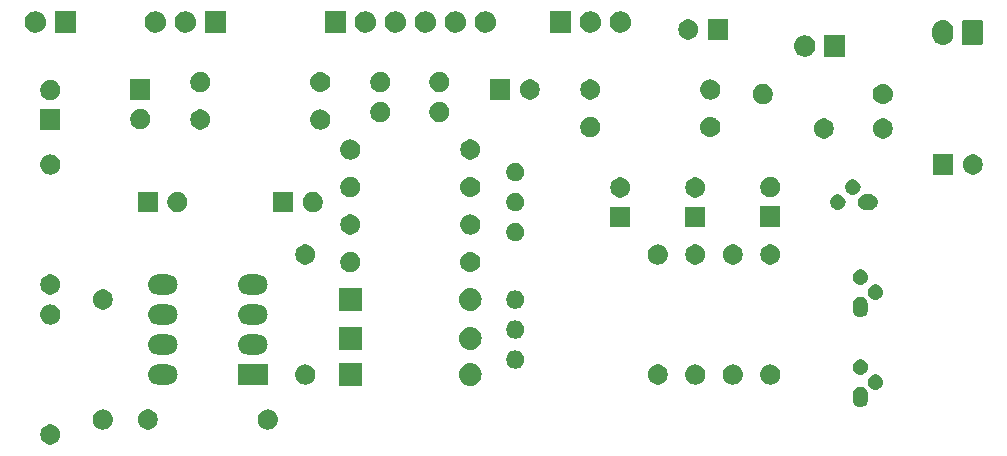
<source format=gbr>
G04 #@! TF.GenerationSoftware,KiCad,Pcbnew,(5.1.4)-1*
G04 #@! TF.CreationDate,2020-01-14T12:24:16+00:00*
G04 #@! TF.ProjectId,GFuzz,4746757a-7a2e-46b6-9963-61645f706362,rev?*
G04 #@! TF.SameCoordinates,Original*
G04 #@! TF.FileFunction,Soldermask,Bot*
G04 #@! TF.FilePolarity,Negative*
%FSLAX46Y46*%
G04 Gerber Fmt 4.6, Leading zero omitted, Abs format (unit mm)*
G04 Created by KiCad (PCBNEW (5.1.4)-1) date 2020-01-14 12:24:16*
%MOMM*%
%LPD*%
G04 APERTURE LIST*
%ADD10C,0.100000*%
G04 APERTURE END LIST*
D10*
G36*
X99308228Y-120466703D02*
G01*
X99463100Y-120530853D01*
X99602481Y-120623985D01*
X99721015Y-120742519D01*
X99814147Y-120881900D01*
X99878297Y-121036772D01*
X99911000Y-121201184D01*
X99911000Y-121368816D01*
X99878297Y-121533228D01*
X99814147Y-121688100D01*
X99721015Y-121827481D01*
X99602481Y-121946015D01*
X99463100Y-122039147D01*
X99308228Y-122103297D01*
X99143816Y-122136000D01*
X98976184Y-122136000D01*
X98811772Y-122103297D01*
X98656900Y-122039147D01*
X98517519Y-121946015D01*
X98398985Y-121827481D01*
X98305853Y-121688100D01*
X98241703Y-121533228D01*
X98209000Y-121368816D01*
X98209000Y-121201184D01*
X98241703Y-121036772D01*
X98305853Y-120881900D01*
X98398985Y-120742519D01*
X98517519Y-120623985D01*
X98656900Y-120530853D01*
X98811772Y-120466703D01*
X98976184Y-120434000D01*
X99143816Y-120434000D01*
X99308228Y-120466703D01*
X99308228Y-120466703D01*
G37*
G36*
X117641823Y-119176313D02*
G01*
X117802242Y-119224976D01*
X117869361Y-119260852D01*
X117950078Y-119303996D01*
X118079659Y-119410341D01*
X118186004Y-119539922D01*
X118186005Y-119539924D01*
X118265024Y-119687758D01*
X118313687Y-119848177D01*
X118330117Y-120015000D01*
X118313687Y-120181823D01*
X118265024Y-120342242D01*
X118224477Y-120418100D01*
X118186004Y-120490078D01*
X118079659Y-120619659D01*
X117950078Y-120726004D01*
X117950076Y-120726005D01*
X117802242Y-120805024D01*
X117641823Y-120853687D01*
X117516804Y-120866000D01*
X117433196Y-120866000D01*
X117308177Y-120853687D01*
X117147758Y-120805024D01*
X116999924Y-120726005D01*
X116999922Y-120726004D01*
X116870341Y-120619659D01*
X116763996Y-120490078D01*
X116725523Y-120418100D01*
X116684976Y-120342242D01*
X116636313Y-120181823D01*
X116619883Y-120015000D01*
X116636313Y-119848177D01*
X116684976Y-119687758D01*
X116763995Y-119539924D01*
X116763996Y-119539922D01*
X116870341Y-119410341D01*
X116999922Y-119303996D01*
X117080639Y-119260852D01*
X117147758Y-119224976D01*
X117308177Y-119176313D01*
X117433196Y-119164000D01*
X117516804Y-119164000D01*
X117641823Y-119176313D01*
X117641823Y-119176313D01*
G37*
G36*
X103671823Y-119176313D02*
G01*
X103832242Y-119224976D01*
X103899361Y-119260852D01*
X103980078Y-119303996D01*
X104109659Y-119410341D01*
X104216004Y-119539922D01*
X104216005Y-119539924D01*
X104295024Y-119687758D01*
X104343687Y-119848177D01*
X104360117Y-120015000D01*
X104343687Y-120181823D01*
X104295024Y-120342242D01*
X104254477Y-120418100D01*
X104216004Y-120490078D01*
X104109659Y-120619659D01*
X103980078Y-120726004D01*
X103980076Y-120726005D01*
X103832242Y-120805024D01*
X103671823Y-120853687D01*
X103546804Y-120866000D01*
X103463196Y-120866000D01*
X103338177Y-120853687D01*
X103177758Y-120805024D01*
X103029924Y-120726005D01*
X103029922Y-120726004D01*
X102900341Y-120619659D01*
X102793996Y-120490078D01*
X102755523Y-120418100D01*
X102714976Y-120342242D01*
X102666313Y-120181823D01*
X102649883Y-120015000D01*
X102666313Y-119848177D01*
X102714976Y-119687758D01*
X102793995Y-119539924D01*
X102793996Y-119539922D01*
X102900341Y-119410341D01*
X103029922Y-119303996D01*
X103110639Y-119260852D01*
X103177758Y-119224976D01*
X103338177Y-119176313D01*
X103463196Y-119164000D01*
X103546804Y-119164000D01*
X103671823Y-119176313D01*
X103671823Y-119176313D01*
G37*
G36*
X107563228Y-119196703D02*
G01*
X107718100Y-119260853D01*
X107857481Y-119353985D01*
X107976015Y-119472519D01*
X108069147Y-119611900D01*
X108133297Y-119766772D01*
X108166000Y-119931184D01*
X108166000Y-120098816D01*
X108133297Y-120263228D01*
X108069147Y-120418100D01*
X107976015Y-120557481D01*
X107857481Y-120676015D01*
X107718100Y-120769147D01*
X107563228Y-120833297D01*
X107398816Y-120866000D01*
X107231184Y-120866000D01*
X107066772Y-120833297D01*
X106911900Y-120769147D01*
X106772519Y-120676015D01*
X106653985Y-120557481D01*
X106560853Y-120418100D01*
X106496703Y-120263228D01*
X106464000Y-120098816D01*
X106464000Y-119931184D01*
X106496703Y-119766772D01*
X106560853Y-119611900D01*
X106653985Y-119472519D01*
X106772519Y-119353985D01*
X106911900Y-119260853D01*
X107066772Y-119196703D01*
X107231184Y-119164000D01*
X107398816Y-119164000D01*
X107563228Y-119196703D01*
X107563228Y-119196703D01*
G37*
G36*
X167767617Y-117268420D02*
G01*
X167858403Y-117295960D01*
X167890335Y-117305646D01*
X168003424Y-117366094D01*
X168102554Y-117447447D01*
X168183906Y-117546575D01*
X168244354Y-117659664D01*
X168254040Y-117691596D01*
X168281580Y-117782382D01*
X168291000Y-117878027D01*
X168291000Y-118341972D01*
X168281580Y-118437618D01*
X168254040Y-118528404D01*
X168244354Y-118560336D01*
X168183906Y-118673425D01*
X168102554Y-118772554D01*
X168003425Y-118853906D01*
X167890336Y-118914354D01*
X167858404Y-118924040D01*
X167767618Y-118951580D01*
X167640000Y-118964149D01*
X167512383Y-118951580D01*
X167421597Y-118924040D01*
X167389665Y-118914354D01*
X167276576Y-118853906D01*
X167177447Y-118772553D01*
X167096094Y-118673425D01*
X167035646Y-118560336D01*
X167025960Y-118528404D01*
X166998420Y-118437618D01*
X166989000Y-118341973D01*
X166989000Y-117878028D01*
X166998420Y-117782383D01*
X167035645Y-117659669D01*
X167035646Y-117659665D01*
X167096094Y-117546576D01*
X167177447Y-117447446D01*
X167276575Y-117366094D01*
X167389664Y-117305646D01*
X167421596Y-117295960D01*
X167512382Y-117268420D01*
X167640000Y-117255851D01*
X167767617Y-117268420D01*
X167767617Y-117268420D01*
G37*
G36*
X168973855Y-116192140D02*
G01*
X169037618Y-116198420D01*
X169112054Y-116221000D01*
X169160336Y-116235646D01*
X169273425Y-116296094D01*
X169372554Y-116377446D01*
X169453906Y-116476575D01*
X169514354Y-116589664D01*
X169514355Y-116589668D01*
X169551580Y-116712382D01*
X169564149Y-116840000D01*
X169551580Y-116967618D01*
X169534690Y-117023297D01*
X169514354Y-117090336D01*
X169453906Y-117203425D01*
X169372554Y-117302554D01*
X169273425Y-117383906D01*
X169160336Y-117444354D01*
X169128404Y-117454040D01*
X169037618Y-117481580D01*
X168973855Y-117487860D01*
X168941974Y-117491000D01*
X168878026Y-117491000D01*
X168846145Y-117487860D01*
X168782382Y-117481580D01*
X168691596Y-117454040D01*
X168659664Y-117444354D01*
X168546575Y-117383906D01*
X168447446Y-117302554D01*
X168366094Y-117203425D01*
X168305646Y-117090336D01*
X168285310Y-117023297D01*
X168268420Y-116967618D01*
X168255851Y-116840000D01*
X168268420Y-116712382D01*
X168305645Y-116589668D01*
X168305646Y-116589664D01*
X168366094Y-116476575D01*
X168447446Y-116377446D01*
X168546575Y-116296094D01*
X168659664Y-116235646D01*
X168707946Y-116221000D01*
X168782382Y-116198420D01*
X168846145Y-116192140D01*
X168878026Y-116189000D01*
X168941974Y-116189000D01*
X168973855Y-116192140D01*
X168973855Y-116192140D01*
G37*
G36*
X125411000Y-117156000D02*
G01*
X123509000Y-117156000D01*
X123509000Y-115254000D01*
X125411000Y-115254000D01*
X125411000Y-117156000D01*
X125411000Y-117156000D01*
G37*
G36*
X134806425Y-115267760D02*
G01*
X134806428Y-115267761D01*
X134806429Y-115267761D01*
X134985693Y-115322140D01*
X134985696Y-115322142D01*
X134985697Y-115322142D01*
X135150903Y-115410446D01*
X135295712Y-115529288D01*
X135414554Y-115674097D01*
X135482867Y-115801903D01*
X135502860Y-115839307D01*
X135557239Y-116018571D01*
X135557240Y-116018575D01*
X135575601Y-116205000D01*
X135557240Y-116391425D01*
X135557239Y-116391428D01*
X135557239Y-116391429D01*
X135502860Y-116570693D01*
X135502858Y-116570696D01*
X135502858Y-116570697D01*
X135414554Y-116735903D01*
X135295712Y-116880712D01*
X135150903Y-116999554D01*
X135045299Y-117056000D01*
X134985693Y-117087860D01*
X134806429Y-117142239D01*
X134806428Y-117142239D01*
X134806425Y-117142240D01*
X134666718Y-117156000D01*
X134573282Y-117156000D01*
X134433575Y-117142240D01*
X134433572Y-117142239D01*
X134433571Y-117142239D01*
X134254307Y-117087860D01*
X134194701Y-117056000D01*
X134089097Y-116999554D01*
X133944288Y-116880712D01*
X133825446Y-116735903D01*
X133737142Y-116570697D01*
X133737142Y-116570696D01*
X133737140Y-116570693D01*
X133682761Y-116391429D01*
X133682761Y-116391428D01*
X133682760Y-116391425D01*
X133664399Y-116205000D01*
X133682760Y-116018575D01*
X133682761Y-116018571D01*
X133737140Y-115839307D01*
X133757133Y-115801903D01*
X133825446Y-115674097D01*
X133944288Y-115529288D01*
X134089097Y-115410446D01*
X134254303Y-115322142D01*
X134254304Y-115322142D01*
X134254307Y-115322140D01*
X134433571Y-115267761D01*
X134433572Y-115267761D01*
X134433575Y-115267760D01*
X134573282Y-115254000D01*
X134666718Y-115254000D01*
X134806425Y-115267760D01*
X134806425Y-115267760D01*
G37*
G36*
X117456000Y-117056000D02*
G01*
X114954000Y-117056000D01*
X114954000Y-115354000D01*
X117456000Y-115354000D01*
X117456000Y-117056000D01*
X117456000Y-117056000D01*
G37*
G36*
X120816823Y-115366313D02*
G01*
X120977242Y-115414976D01*
X121044361Y-115450852D01*
X121125078Y-115493996D01*
X121254659Y-115600341D01*
X121361004Y-115729922D01*
X121361005Y-115729924D01*
X121440024Y-115877758D01*
X121488687Y-116038177D01*
X121505117Y-116205000D01*
X121488687Y-116371823D01*
X121440024Y-116532242D01*
X121399477Y-116608100D01*
X121361004Y-116680078D01*
X121254659Y-116809659D01*
X121125078Y-116916004D01*
X121125076Y-116916005D01*
X120977242Y-116995024D01*
X120816823Y-117043687D01*
X120691804Y-117056000D01*
X120608196Y-117056000D01*
X120483177Y-117043687D01*
X120322758Y-116995024D01*
X120174924Y-116916005D01*
X120174922Y-116916004D01*
X120045341Y-116809659D01*
X119938996Y-116680078D01*
X119900523Y-116608100D01*
X119859976Y-116532242D01*
X119811313Y-116371823D01*
X119794883Y-116205000D01*
X119811313Y-116038177D01*
X119859976Y-115877758D01*
X119938995Y-115729924D01*
X119938996Y-115729922D01*
X120045341Y-115600341D01*
X120174922Y-115493996D01*
X120255639Y-115450852D01*
X120322758Y-115414976D01*
X120483177Y-115366313D01*
X120608196Y-115354000D01*
X120691804Y-115354000D01*
X120816823Y-115366313D01*
X120816823Y-115366313D01*
G37*
G36*
X160186823Y-115366313D02*
G01*
X160347242Y-115414976D01*
X160414361Y-115450852D01*
X160495078Y-115493996D01*
X160624659Y-115600341D01*
X160731004Y-115729922D01*
X160731005Y-115729924D01*
X160810024Y-115877758D01*
X160858687Y-116038177D01*
X160875117Y-116205000D01*
X160858687Y-116371823D01*
X160810024Y-116532242D01*
X160769477Y-116608100D01*
X160731004Y-116680078D01*
X160624659Y-116809659D01*
X160495078Y-116916004D01*
X160495076Y-116916005D01*
X160347242Y-116995024D01*
X160186823Y-117043687D01*
X160061804Y-117056000D01*
X159978196Y-117056000D01*
X159853177Y-117043687D01*
X159692758Y-116995024D01*
X159544924Y-116916005D01*
X159544922Y-116916004D01*
X159415341Y-116809659D01*
X159308996Y-116680078D01*
X159270523Y-116608100D01*
X159229976Y-116532242D01*
X159181313Y-116371823D01*
X159164883Y-116205000D01*
X159181313Y-116038177D01*
X159229976Y-115877758D01*
X159308995Y-115729924D01*
X159308996Y-115729922D01*
X159415341Y-115600341D01*
X159544922Y-115493996D01*
X159625639Y-115450852D01*
X159692758Y-115414976D01*
X159853177Y-115366313D01*
X159978196Y-115354000D01*
X160061804Y-115354000D01*
X160186823Y-115366313D01*
X160186823Y-115366313D01*
G37*
G36*
X157011823Y-115366313D02*
G01*
X157172242Y-115414976D01*
X157239361Y-115450852D01*
X157320078Y-115493996D01*
X157449659Y-115600341D01*
X157556004Y-115729922D01*
X157556005Y-115729924D01*
X157635024Y-115877758D01*
X157683687Y-116038177D01*
X157700117Y-116205000D01*
X157683687Y-116371823D01*
X157635024Y-116532242D01*
X157594477Y-116608100D01*
X157556004Y-116680078D01*
X157449659Y-116809659D01*
X157320078Y-116916004D01*
X157320076Y-116916005D01*
X157172242Y-116995024D01*
X157011823Y-117043687D01*
X156886804Y-117056000D01*
X156803196Y-117056000D01*
X156678177Y-117043687D01*
X156517758Y-116995024D01*
X156369924Y-116916005D01*
X156369922Y-116916004D01*
X156240341Y-116809659D01*
X156133996Y-116680078D01*
X156095523Y-116608100D01*
X156054976Y-116532242D01*
X156006313Y-116371823D01*
X155989883Y-116205000D01*
X156006313Y-116038177D01*
X156054976Y-115877758D01*
X156133995Y-115729924D01*
X156133996Y-115729922D01*
X156240341Y-115600341D01*
X156369922Y-115493996D01*
X156450639Y-115450852D01*
X156517758Y-115414976D01*
X156678177Y-115366313D01*
X156803196Y-115354000D01*
X156886804Y-115354000D01*
X157011823Y-115366313D01*
X157011823Y-115366313D01*
G37*
G36*
X150743228Y-115386703D02*
G01*
X150898100Y-115450853D01*
X151037481Y-115543985D01*
X151156015Y-115662519D01*
X151249147Y-115801900D01*
X151313297Y-115956772D01*
X151346000Y-116121184D01*
X151346000Y-116288816D01*
X151313297Y-116453228D01*
X151249147Y-116608100D01*
X151156015Y-116747481D01*
X151037481Y-116866015D01*
X150898100Y-116959147D01*
X150743228Y-117023297D01*
X150578816Y-117056000D01*
X150411184Y-117056000D01*
X150246772Y-117023297D01*
X150091900Y-116959147D01*
X149952519Y-116866015D01*
X149833985Y-116747481D01*
X149740853Y-116608100D01*
X149676703Y-116453228D01*
X149644000Y-116288816D01*
X149644000Y-116121184D01*
X149676703Y-115956772D01*
X149740853Y-115801900D01*
X149833985Y-115662519D01*
X149952519Y-115543985D01*
X150091900Y-115450853D01*
X150246772Y-115386703D01*
X150411184Y-115354000D01*
X150578816Y-115354000D01*
X150743228Y-115386703D01*
X150743228Y-115386703D01*
G37*
G36*
X153836823Y-115366313D02*
G01*
X153997242Y-115414976D01*
X154064361Y-115450852D01*
X154145078Y-115493996D01*
X154274659Y-115600341D01*
X154381004Y-115729922D01*
X154381005Y-115729924D01*
X154460024Y-115877758D01*
X154508687Y-116038177D01*
X154525117Y-116205000D01*
X154508687Y-116371823D01*
X154460024Y-116532242D01*
X154419477Y-116608100D01*
X154381004Y-116680078D01*
X154274659Y-116809659D01*
X154145078Y-116916004D01*
X154145076Y-116916005D01*
X153997242Y-116995024D01*
X153836823Y-117043687D01*
X153711804Y-117056000D01*
X153628196Y-117056000D01*
X153503177Y-117043687D01*
X153342758Y-116995024D01*
X153194924Y-116916005D01*
X153194922Y-116916004D01*
X153065341Y-116809659D01*
X152958996Y-116680078D01*
X152920523Y-116608100D01*
X152879976Y-116532242D01*
X152831313Y-116371823D01*
X152814883Y-116205000D01*
X152831313Y-116038177D01*
X152879976Y-115877758D01*
X152958995Y-115729924D01*
X152958996Y-115729922D01*
X153065341Y-115600341D01*
X153194922Y-115493996D01*
X153275639Y-115450852D01*
X153342758Y-115414976D01*
X153503177Y-115366313D01*
X153628196Y-115354000D01*
X153711804Y-115354000D01*
X153836823Y-115366313D01*
X153836823Y-115366313D01*
G37*
G36*
X109151823Y-115366313D02*
G01*
X109312242Y-115414976D01*
X109379361Y-115450852D01*
X109460078Y-115493996D01*
X109589659Y-115600341D01*
X109696004Y-115729922D01*
X109696005Y-115729924D01*
X109775024Y-115877758D01*
X109823687Y-116038177D01*
X109840117Y-116205000D01*
X109823687Y-116371823D01*
X109775024Y-116532242D01*
X109734477Y-116608100D01*
X109696004Y-116680078D01*
X109589659Y-116809659D01*
X109460078Y-116916004D01*
X109460076Y-116916005D01*
X109312242Y-116995024D01*
X109151823Y-117043687D01*
X109026804Y-117056000D01*
X108143196Y-117056000D01*
X108018177Y-117043687D01*
X107857758Y-116995024D01*
X107709924Y-116916005D01*
X107709922Y-116916004D01*
X107580341Y-116809659D01*
X107473996Y-116680078D01*
X107435523Y-116608100D01*
X107394976Y-116532242D01*
X107346313Y-116371823D01*
X107329883Y-116205000D01*
X107346313Y-116038177D01*
X107394976Y-115877758D01*
X107473995Y-115729924D01*
X107473996Y-115729922D01*
X107580341Y-115600341D01*
X107709922Y-115493996D01*
X107790639Y-115450852D01*
X107857758Y-115414976D01*
X108018177Y-115366313D01*
X108143196Y-115354000D01*
X109026804Y-115354000D01*
X109151823Y-115366313D01*
X109151823Y-115366313D01*
G37*
G36*
X167703855Y-114922140D02*
G01*
X167767618Y-114928420D01*
X167858404Y-114955960D01*
X167890336Y-114965646D01*
X168003425Y-115026094D01*
X168102554Y-115107446D01*
X168183906Y-115206575D01*
X168244354Y-115319664D01*
X168254040Y-115351596D01*
X168281580Y-115442382D01*
X168294149Y-115570000D01*
X168281580Y-115697618D01*
X168271780Y-115729924D01*
X168244354Y-115820336D01*
X168183906Y-115933425D01*
X168102554Y-116032554D01*
X168003425Y-116113906D01*
X167890336Y-116174354D01*
X167858404Y-116184040D01*
X167767618Y-116211580D01*
X167703855Y-116217860D01*
X167671974Y-116221000D01*
X167608026Y-116221000D01*
X167576145Y-116217860D01*
X167512382Y-116211580D01*
X167421596Y-116184040D01*
X167389664Y-116174354D01*
X167276575Y-116113906D01*
X167177446Y-116032554D01*
X167096094Y-115933425D01*
X167035646Y-115820336D01*
X167008220Y-115729924D01*
X166998420Y-115697618D01*
X166985851Y-115570000D01*
X166998420Y-115442382D01*
X167025960Y-115351596D01*
X167035646Y-115319664D01*
X167096094Y-115206575D01*
X167177446Y-115107446D01*
X167276575Y-115026094D01*
X167389664Y-114965646D01*
X167421596Y-114955960D01*
X167512382Y-114928420D01*
X167576145Y-114922140D01*
X167608026Y-114919000D01*
X167671974Y-114919000D01*
X167703855Y-114922140D01*
X167703855Y-114922140D01*
G37*
G36*
X138555589Y-114173876D02*
G01*
X138654893Y-114193629D01*
X138795206Y-114251748D01*
X138921484Y-114336125D01*
X139028875Y-114443516D01*
X139113252Y-114569794D01*
X139171371Y-114710107D01*
X139201000Y-114859063D01*
X139201000Y-115010937D01*
X139171371Y-115159893D01*
X139113252Y-115300206D01*
X139028875Y-115426484D01*
X138921484Y-115533875D01*
X138795206Y-115618252D01*
X138654893Y-115676371D01*
X138555589Y-115696124D01*
X138505938Y-115706000D01*
X138354062Y-115706000D01*
X138304411Y-115696124D01*
X138205107Y-115676371D01*
X138064794Y-115618252D01*
X137938516Y-115533875D01*
X137831125Y-115426484D01*
X137746748Y-115300206D01*
X137688629Y-115159893D01*
X137659000Y-115010937D01*
X137659000Y-114859063D01*
X137688629Y-114710107D01*
X137746748Y-114569794D01*
X137831125Y-114443516D01*
X137938516Y-114336125D01*
X138064794Y-114251748D01*
X138205107Y-114193629D01*
X138304411Y-114173876D01*
X138354062Y-114164000D01*
X138505938Y-114164000D01*
X138555589Y-114173876D01*
X138555589Y-114173876D01*
G37*
G36*
X109151823Y-112826313D02*
G01*
X109312242Y-112874976D01*
X109444906Y-112945886D01*
X109460078Y-112953996D01*
X109589659Y-113060341D01*
X109696004Y-113189922D01*
X109696005Y-113189924D01*
X109775024Y-113337758D01*
X109823687Y-113498177D01*
X109840117Y-113665000D01*
X109823687Y-113831823D01*
X109775024Y-113992242D01*
X109720505Y-114094239D01*
X109696004Y-114140078D01*
X109589659Y-114269659D01*
X109460078Y-114376004D01*
X109460076Y-114376005D01*
X109312242Y-114455024D01*
X109151823Y-114503687D01*
X109026804Y-114516000D01*
X108143196Y-114516000D01*
X108018177Y-114503687D01*
X107857758Y-114455024D01*
X107709924Y-114376005D01*
X107709922Y-114376004D01*
X107580341Y-114269659D01*
X107473996Y-114140078D01*
X107449495Y-114094239D01*
X107394976Y-113992242D01*
X107346313Y-113831823D01*
X107329883Y-113665000D01*
X107346313Y-113498177D01*
X107394976Y-113337758D01*
X107473995Y-113189924D01*
X107473996Y-113189922D01*
X107580341Y-113060341D01*
X107709922Y-112953996D01*
X107725094Y-112945886D01*
X107857758Y-112874976D01*
X108018177Y-112826313D01*
X108143196Y-112814000D01*
X109026804Y-112814000D01*
X109151823Y-112826313D01*
X109151823Y-112826313D01*
G37*
G36*
X116771823Y-112826313D02*
G01*
X116932242Y-112874976D01*
X117064906Y-112945886D01*
X117080078Y-112953996D01*
X117209659Y-113060341D01*
X117316004Y-113189922D01*
X117316005Y-113189924D01*
X117395024Y-113337758D01*
X117443687Y-113498177D01*
X117460117Y-113665000D01*
X117443687Y-113831823D01*
X117395024Y-113992242D01*
X117340505Y-114094239D01*
X117316004Y-114140078D01*
X117209659Y-114269659D01*
X117080078Y-114376004D01*
X117080076Y-114376005D01*
X116932242Y-114455024D01*
X116771823Y-114503687D01*
X116646804Y-114516000D01*
X115763196Y-114516000D01*
X115638177Y-114503687D01*
X115477758Y-114455024D01*
X115329924Y-114376005D01*
X115329922Y-114376004D01*
X115200341Y-114269659D01*
X115093996Y-114140078D01*
X115069495Y-114094239D01*
X115014976Y-113992242D01*
X114966313Y-113831823D01*
X114949883Y-113665000D01*
X114966313Y-113498177D01*
X115014976Y-113337758D01*
X115093995Y-113189924D01*
X115093996Y-113189922D01*
X115200341Y-113060341D01*
X115329922Y-112953996D01*
X115345094Y-112945886D01*
X115477758Y-112874976D01*
X115638177Y-112826313D01*
X115763196Y-112814000D01*
X116646804Y-112814000D01*
X116771823Y-112826313D01*
X116771823Y-112826313D01*
G37*
G36*
X134806425Y-112219760D02*
G01*
X134806428Y-112219761D01*
X134806429Y-112219761D01*
X134985693Y-112274140D01*
X134985696Y-112274142D01*
X134985697Y-112274142D01*
X135150903Y-112362446D01*
X135295712Y-112481288D01*
X135414554Y-112626097D01*
X135486235Y-112760204D01*
X135502860Y-112791307D01*
X135552211Y-112953996D01*
X135557240Y-112970575D01*
X135575601Y-113157000D01*
X135557240Y-113343425D01*
X135557239Y-113343428D01*
X135557239Y-113343429D01*
X135502860Y-113522693D01*
X135502858Y-113522696D01*
X135502858Y-113522697D01*
X135414554Y-113687903D01*
X135295712Y-113832712D01*
X135150903Y-113951554D01*
X134985697Y-114039858D01*
X134985693Y-114039860D01*
X134806429Y-114094239D01*
X134806428Y-114094239D01*
X134806425Y-114094240D01*
X134666718Y-114108000D01*
X134573282Y-114108000D01*
X134433575Y-114094240D01*
X134433572Y-114094239D01*
X134433571Y-114094239D01*
X134254307Y-114039860D01*
X134254303Y-114039858D01*
X134089097Y-113951554D01*
X133944288Y-113832712D01*
X133825446Y-113687903D01*
X133737142Y-113522697D01*
X133737142Y-113522696D01*
X133737140Y-113522693D01*
X133682761Y-113343429D01*
X133682761Y-113343428D01*
X133682760Y-113343425D01*
X133664399Y-113157000D01*
X133682760Y-112970575D01*
X133687789Y-112953996D01*
X133737140Y-112791307D01*
X133753765Y-112760204D01*
X133825446Y-112626097D01*
X133944288Y-112481288D01*
X134089097Y-112362446D01*
X134254303Y-112274142D01*
X134254304Y-112274142D01*
X134254307Y-112274140D01*
X134433571Y-112219761D01*
X134433572Y-112219761D01*
X134433575Y-112219760D01*
X134573282Y-112206000D01*
X134666718Y-112206000D01*
X134806425Y-112219760D01*
X134806425Y-112219760D01*
G37*
G36*
X125411000Y-114108000D02*
G01*
X123509000Y-114108000D01*
X123509000Y-112206000D01*
X125411000Y-112206000D01*
X125411000Y-114108000D01*
X125411000Y-114108000D01*
G37*
G36*
X138555589Y-111633876D02*
G01*
X138654893Y-111653629D01*
X138795206Y-111711748D01*
X138921484Y-111796125D01*
X139028875Y-111903516D01*
X139113252Y-112029794D01*
X139171371Y-112170107D01*
X139201000Y-112319063D01*
X139201000Y-112470937D01*
X139171371Y-112619893D01*
X139113252Y-112760206D01*
X139028875Y-112886484D01*
X138921484Y-112993875D01*
X138795206Y-113078252D01*
X138654893Y-113136371D01*
X138555589Y-113156124D01*
X138505938Y-113166000D01*
X138354062Y-113166000D01*
X138304411Y-113156124D01*
X138205107Y-113136371D01*
X138064794Y-113078252D01*
X137938516Y-112993875D01*
X137831125Y-112886484D01*
X137746748Y-112760206D01*
X137688629Y-112619893D01*
X137659000Y-112470937D01*
X137659000Y-112319063D01*
X137688629Y-112170107D01*
X137746748Y-112029794D01*
X137831125Y-111903516D01*
X137938516Y-111796125D01*
X138064794Y-111711748D01*
X138205107Y-111653629D01*
X138304411Y-111633876D01*
X138354062Y-111624000D01*
X138505938Y-111624000D01*
X138555589Y-111633876D01*
X138555589Y-111633876D01*
G37*
G36*
X109151823Y-110286313D02*
G01*
X109312242Y-110334976D01*
X109444906Y-110405886D01*
X109460078Y-110413996D01*
X109589659Y-110520341D01*
X109696004Y-110649922D01*
X109696005Y-110649924D01*
X109775024Y-110797758D01*
X109823687Y-110958177D01*
X109840117Y-111125000D01*
X109823687Y-111291823D01*
X109775024Y-111452242D01*
X109704114Y-111584906D01*
X109696004Y-111600078D01*
X109589659Y-111729659D01*
X109460078Y-111836004D01*
X109460076Y-111836005D01*
X109312242Y-111915024D01*
X109151823Y-111963687D01*
X109026804Y-111976000D01*
X108143196Y-111976000D01*
X108018177Y-111963687D01*
X107857758Y-111915024D01*
X107709924Y-111836005D01*
X107709922Y-111836004D01*
X107580341Y-111729659D01*
X107473996Y-111600078D01*
X107465886Y-111584906D01*
X107394976Y-111452242D01*
X107346313Y-111291823D01*
X107329883Y-111125000D01*
X107346313Y-110958177D01*
X107394976Y-110797758D01*
X107473995Y-110649924D01*
X107473996Y-110649922D01*
X107580341Y-110520341D01*
X107709922Y-110413996D01*
X107725094Y-110405886D01*
X107857758Y-110334976D01*
X108018177Y-110286313D01*
X108143196Y-110274000D01*
X109026804Y-110274000D01*
X109151823Y-110286313D01*
X109151823Y-110286313D01*
G37*
G36*
X116771823Y-110286313D02*
G01*
X116932242Y-110334976D01*
X117064906Y-110405886D01*
X117080078Y-110413996D01*
X117209659Y-110520341D01*
X117316004Y-110649922D01*
X117316005Y-110649924D01*
X117395024Y-110797758D01*
X117443687Y-110958177D01*
X117460117Y-111125000D01*
X117443687Y-111291823D01*
X117395024Y-111452242D01*
X117324114Y-111584906D01*
X117316004Y-111600078D01*
X117209659Y-111729659D01*
X117080078Y-111836004D01*
X117080076Y-111836005D01*
X116932242Y-111915024D01*
X116771823Y-111963687D01*
X116646804Y-111976000D01*
X115763196Y-111976000D01*
X115638177Y-111963687D01*
X115477758Y-111915024D01*
X115329924Y-111836005D01*
X115329922Y-111836004D01*
X115200341Y-111729659D01*
X115093996Y-111600078D01*
X115085886Y-111584906D01*
X115014976Y-111452242D01*
X114966313Y-111291823D01*
X114949883Y-111125000D01*
X114966313Y-110958177D01*
X115014976Y-110797758D01*
X115093995Y-110649924D01*
X115093996Y-110649922D01*
X115200341Y-110520341D01*
X115329922Y-110413996D01*
X115345094Y-110405886D01*
X115477758Y-110334976D01*
X115638177Y-110286313D01*
X115763196Y-110274000D01*
X116646804Y-110274000D01*
X116771823Y-110286313D01*
X116771823Y-110286313D01*
G37*
G36*
X99226823Y-110286313D02*
G01*
X99387242Y-110334976D01*
X99519906Y-110405886D01*
X99535078Y-110413996D01*
X99664659Y-110520341D01*
X99771004Y-110649922D01*
X99771005Y-110649924D01*
X99850024Y-110797758D01*
X99898687Y-110958177D01*
X99915117Y-111125000D01*
X99898687Y-111291823D01*
X99850024Y-111452242D01*
X99779114Y-111584906D01*
X99771004Y-111600078D01*
X99664659Y-111729659D01*
X99535078Y-111836004D01*
X99535076Y-111836005D01*
X99387242Y-111915024D01*
X99226823Y-111963687D01*
X99101804Y-111976000D01*
X99018196Y-111976000D01*
X98893177Y-111963687D01*
X98732758Y-111915024D01*
X98584924Y-111836005D01*
X98584922Y-111836004D01*
X98455341Y-111729659D01*
X98348996Y-111600078D01*
X98340886Y-111584906D01*
X98269976Y-111452242D01*
X98221313Y-111291823D01*
X98204883Y-111125000D01*
X98221313Y-110958177D01*
X98269976Y-110797758D01*
X98348995Y-110649924D01*
X98348996Y-110649922D01*
X98455341Y-110520341D01*
X98584922Y-110413996D01*
X98600094Y-110405886D01*
X98732758Y-110334976D01*
X98893177Y-110286313D01*
X99018196Y-110274000D01*
X99101804Y-110274000D01*
X99226823Y-110286313D01*
X99226823Y-110286313D01*
G37*
G36*
X167767617Y-109648420D02*
G01*
X167858403Y-109675960D01*
X167890335Y-109685646D01*
X168003424Y-109746094D01*
X168102554Y-109827447D01*
X168183906Y-109926575D01*
X168244354Y-110039664D01*
X168244888Y-110041425D01*
X168281580Y-110162382D01*
X168291000Y-110258027D01*
X168291000Y-110721972D01*
X168281580Y-110817618D01*
X168254040Y-110908404D01*
X168244354Y-110940336D01*
X168183906Y-111053425D01*
X168102554Y-111152554D01*
X168003425Y-111233906D01*
X167890336Y-111294354D01*
X167858404Y-111304040D01*
X167767618Y-111331580D01*
X167640000Y-111344149D01*
X167512383Y-111331580D01*
X167421597Y-111304040D01*
X167389665Y-111294354D01*
X167276576Y-111233906D01*
X167177447Y-111152553D01*
X167096094Y-111053425D01*
X167035646Y-110940336D01*
X167025960Y-110908404D01*
X166998420Y-110817618D01*
X166990565Y-110737860D01*
X166989000Y-110721974D01*
X166989000Y-110258027D01*
X166998420Y-110162385D01*
X166998420Y-110162383D01*
X167035645Y-110039669D01*
X167035646Y-110039665D01*
X167096094Y-109926576D01*
X167177447Y-109827446D01*
X167276575Y-109746094D01*
X167389664Y-109685646D01*
X167421596Y-109675960D01*
X167512382Y-109648420D01*
X167640000Y-109635851D01*
X167767617Y-109648420D01*
X167767617Y-109648420D01*
G37*
G36*
X134806425Y-108917760D02*
G01*
X134806428Y-108917761D01*
X134806429Y-108917761D01*
X134985693Y-108972140D01*
X134985696Y-108972142D01*
X134985697Y-108972142D01*
X135150903Y-109060446D01*
X135295712Y-109179288D01*
X135414554Y-109324097D01*
X135482867Y-109451903D01*
X135502860Y-109489307D01*
X135551126Y-109648420D01*
X135557240Y-109668575D01*
X135575601Y-109855000D01*
X135557240Y-110041425D01*
X135557239Y-110041428D01*
X135557239Y-110041429D01*
X135502860Y-110220693D01*
X135502858Y-110220696D01*
X135502858Y-110220697D01*
X135414554Y-110385903D01*
X135295712Y-110530712D01*
X135150903Y-110649554D01*
X134985697Y-110737858D01*
X134985693Y-110737860D01*
X134806429Y-110792239D01*
X134806428Y-110792239D01*
X134806425Y-110792240D01*
X134666718Y-110806000D01*
X134573282Y-110806000D01*
X134433575Y-110792240D01*
X134433572Y-110792239D01*
X134433571Y-110792239D01*
X134254307Y-110737860D01*
X134254303Y-110737858D01*
X134089097Y-110649554D01*
X133944288Y-110530712D01*
X133825446Y-110385903D01*
X133737142Y-110220697D01*
X133737142Y-110220696D01*
X133737140Y-110220693D01*
X133682761Y-110041429D01*
X133682761Y-110041428D01*
X133682760Y-110041425D01*
X133664399Y-109855000D01*
X133682760Y-109668575D01*
X133688874Y-109648420D01*
X133737140Y-109489307D01*
X133757133Y-109451903D01*
X133825446Y-109324097D01*
X133944288Y-109179288D01*
X134089097Y-109060446D01*
X134254303Y-108972142D01*
X134254304Y-108972142D01*
X134254307Y-108972140D01*
X134433571Y-108917761D01*
X134433572Y-108917761D01*
X134433575Y-108917760D01*
X134573282Y-108904000D01*
X134666718Y-108904000D01*
X134806425Y-108917760D01*
X134806425Y-108917760D01*
G37*
G36*
X125411000Y-110806000D02*
G01*
X123509000Y-110806000D01*
X123509000Y-108904000D01*
X125411000Y-108904000D01*
X125411000Y-110806000D01*
X125411000Y-110806000D01*
G37*
G36*
X103753228Y-109036703D02*
G01*
X103908100Y-109100853D01*
X104047481Y-109193985D01*
X104166015Y-109312519D01*
X104259147Y-109451900D01*
X104323297Y-109606772D01*
X104356000Y-109771184D01*
X104356000Y-109938816D01*
X104323297Y-110103228D01*
X104259147Y-110258100D01*
X104166015Y-110397481D01*
X104047481Y-110516015D01*
X103908100Y-110609147D01*
X103753228Y-110673297D01*
X103588816Y-110706000D01*
X103421184Y-110706000D01*
X103256772Y-110673297D01*
X103101900Y-110609147D01*
X102962519Y-110516015D01*
X102843985Y-110397481D01*
X102750853Y-110258100D01*
X102686703Y-110103228D01*
X102654000Y-109938816D01*
X102654000Y-109771184D01*
X102686703Y-109606772D01*
X102750853Y-109451900D01*
X102843985Y-109312519D01*
X102962519Y-109193985D01*
X103101900Y-109100853D01*
X103256772Y-109036703D01*
X103421184Y-109004000D01*
X103588816Y-109004000D01*
X103753228Y-109036703D01*
X103753228Y-109036703D01*
G37*
G36*
X138555589Y-109093876D02*
G01*
X138654893Y-109113629D01*
X138795206Y-109171748D01*
X138921484Y-109256125D01*
X139028875Y-109363516D01*
X139113252Y-109489794D01*
X139171371Y-109630107D01*
X139201000Y-109779063D01*
X139201000Y-109930937D01*
X139171371Y-110079893D01*
X139113252Y-110220206D01*
X139028875Y-110346484D01*
X138921484Y-110453875D01*
X138795206Y-110538252D01*
X138654893Y-110596371D01*
X138590663Y-110609147D01*
X138505938Y-110626000D01*
X138354062Y-110626000D01*
X138269337Y-110609147D01*
X138205107Y-110596371D01*
X138064794Y-110538252D01*
X137938516Y-110453875D01*
X137831125Y-110346484D01*
X137746748Y-110220206D01*
X137688629Y-110079893D01*
X137659000Y-109930937D01*
X137659000Y-109779063D01*
X137688629Y-109630107D01*
X137746748Y-109489794D01*
X137831125Y-109363516D01*
X137938516Y-109256125D01*
X138064794Y-109171748D01*
X138205107Y-109113629D01*
X138304411Y-109093876D01*
X138354062Y-109084000D01*
X138505938Y-109084000D01*
X138555589Y-109093876D01*
X138555589Y-109093876D01*
G37*
G36*
X168973855Y-108572140D02*
G01*
X169037618Y-108578420D01*
X169112054Y-108601000D01*
X169160336Y-108615646D01*
X169273425Y-108676094D01*
X169372554Y-108757446D01*
X169453906Y-108856575D01*
X169514354Y-108969664D01*
X169519945Y-108988097D01*
X169551580Y-109092382D01*
X169564149Y-109220000D01*
X169551580Y-109347618D01*
X169534690Y-109403297D01*
X169514354Y-109470336D01*
X169453906Y-109583425D01*
X169372554Y-109682554D01*
X169273425Y-109763906D01*
X169160336Y-109824354D01*
X169128404Y-109834040D01*
X169037618Y-109861580D01*
X168973855Y-109867860D01*
X168941974Y-109871000D01*
X168878026Y-109871000D01*
X168846145Y-109867860D01*
X168782382Y-109861580D01*
X168691596Y-109834040D01*
X168659664Y-109824354D01*
X168546575Y-109763906D01*
X168447446Y-109682554D01*
X168366094Y-109583425D01*
X168305646Y-109470336D01*
X168285310Y-109403297D01*
X168268420Y-109347618D01*
X168255851Y-109220000D01*
X168268420Y-109092382D01*
X168300055Y-108988097D01*
X168305646Y-108969664D01*
X168366094Y-108856575D01*
X168447446Y-108757446D01*
X168546575Y-108676094D01*
X168659664Y-108615646D01*
X168707946Y-108601000D01*
X168782382Y-108578420D01*
X168846145Y-108572140D01*
X168878026Y-108569000D01*
X168941974Y-108569000D01*
X168973855Y-108572140D01*
X168973855Y-108572140D01*
G37*
G36*
X99308228Y-107766703D02*
G01*
X99463100Y-107830853D01*
X99602481Y-107923985D01*
X99721015Y-108042519D01*
X99814147Y-108181900D01*
X99878297Y-108336772D01*
X99911000Y-108501184D01*
X99911000Y-108668816D01*
X99878297Y-108833228D01*
X99814147Y-108988100D01*
X99721015Y-109127481D01*
X99602481Y-109246015D01*
X99463100Y-109339147D01*
X99308228Y-109403297D01*
X99143816Y-109436000D01*
X98976184Y-109436000D01*
X98811772Y-109403297D01*
X98656900Y-109339147D01*
X98517519Y-109246015D01*
X98398985Y-109127481D01*
X98305853Y-108988100D01*
X98241703Y-108833228D01*
X98209000Y-108668816D01*
X98209000Y-108501184D01*
X98241703Y-108336772D01*
X98305853Y-108181900D01*
X98398985Y-108042519D01*
X98517519Y-107923985D01*
X98656900Y-107830853D01*
X98811772Y-107766703D01*
X98976184Y-107734000D01*
X99143816Y-107734000D01*
X99308228Y-107766703D01*
X99308228Y-107766703D01*
G37*
G36*
X109151823Y-107746313D02*
G01*
X109312242Y-107794976D01*
X109379361Y-107830852D01*
X109460078Y-107873996D01*
X109589659Y-107980341D01*
X109696004Y-108109922D01*
X109696005Y-108109924D01*
X109775024Y-108257758D01*
X109823687Y-108418177D01*
X109840117Y-108585000D01*
X109823687Y-108751823D01*
X109775024Y-108912242D01*
X109734477Y-108988100D01*
X109696004Y-109060078D01*
X109589659Y-109189659D01*
X109460078Y-109296004D01*
X109460076Y-109296005D01*
X109312242Y-109375024D01*
X109151823Y-109423687D01*
X109026804Y-109436000D01*
X108143196Y-109436000D01*
X108018177Y-109423687D01*
X107857758Y-109375024D01*
X107709924Y-109296005D01*
X107709922Y-109296004D01*
X107580341Y-109189659D01*
X107473996Y-109060078D01*
X107435523Y-108988100D01*
X107394976Y-108912242D01*
X107346313Y-108751823D01*
X107329883Y-108585000D01*
X107346313Y-108418177D01*
X107394976Y-108257758D01*
X107473995Y-108109924D01*
X107473996Y-108109922D01*
X107580341Y-107980341D01*
X107709922Y-107873996D01*
X107790639Y-107830852D01*
X107857758Y-107794976D01*
X108018177Y-107746313D01*
X108143196Y-107734000D01*
X109026804Y-107734000D01*
X109151823Y-107746313D01*
X109151823Y-107746313D01*
G37*
G36*
X116771823Y-107746313D02*
G01*
X116932242Y-107794976D01*
X116999361Y-107830852D01*
X117080078Y-107873996D01*
X117209659Y-107980341D01*
X117316004Y-108109922D01*
X117316005Y-108109924D01*
X117395024Y-108257758D01*
X117443687Y-108418177D01*
X117460117Y-108585000D01*
X117443687Y-108751823D01*
X117395024Y-108912242D01*
X117354477Y-108988100D01*
X117316004Y-109060078D01*
X117209659Y-109189659D01*
X117080078Y-109296004D01*
X117080076Y-109296005D01*
X116932242Y-109375024D01*
X116771823Y-109423687D01*
X116646804Y-109436000D01*
X115763196Y-109436000D01*
X115638177Y-109423687D01*
X115477758Y-109375024D01*
X115329924Y-109296005D01*
X115329922Y-109296004D01*
X115200341Y-109189659D01*
X115093996Y-109060078D01*
X115055523Y-108988100D01*
X115014976Y-108912242D01*
X114966313Y-108751823D01*
X114949883Y-108585000D01*
X114966313Y-108418177D01*
X115014976Y-108257758D01*
X115093995Y-108109924D01*
X115093996Y-108109922D01*
X115200341Y-107980341D01*
X115329922Y-107873996D01*
X115410639Y-107830852D01*
X115477758Y-107794976D01*
X115638177Y-107746313D01*
X115763196Y-107734000D01*
X116646804Y-107734000D01*
X116771823Y-107746313D01*
X116771823Y-107746313D01*
G37*
G36*
X167703855Y-107302140D02*
G01*
X167767618Y-107308420D01*
X167858404Y-107335960D01*
X167890336Y-107345646D01*
X168003425Y-107406094D01*
X168102554Y-107487446D01*
X168183906Y-107586575D01*
X168244354Y-107699664D01*
X168244355Y-107699668D01*
X168281580Y-107822382D01*
X168294149Y-107950000D01*
X168281580Y-108077618D01*
X168271780Y-108109924D01*
X168244354Y-108200336D01*
X168183906Y-108313425D01*
X168102554Y-108412554D01*
X168003425Y-108493906D01*
X167890336Y-108554354D01*
X167858404Y-108564040D01*
X167767618Y-108591580D01*
X167703855Y-108597860D01*
X167671974Y-108601000D01*
X167608026Y-108601000D01*
X167576145Y-108597860D01*
X167512382Y-108591580D01*
X167421596Y-108564040D01*
X167389664Y-108554354D01*
X167276575Y-108493906D01*
X167177446Y-108412554D01*
X167096094Y-108313425D01*
X167035646Y-108200336D01*
X167008220Y-108109924D01*
X166998420Y-108077618D01*
X166985851Y-107950000D01*
X166998420Y-107822382D01*
X167035645Y-107699668D01*
X167035646Y-107699664D01*
X167096094Y-107586575D01*
X167177446Y-107487446D01*
X167276575Y-107406094D01*
X167389664Y-107345646D01*
X167421596Y-107335960D01*
X167512382Y-107308420D01*
X167576145Y-107302140D01*
X167608026Y-107299000D01*
X167671974Y-107299000D01*
X167703855Y-107302140D01*
X167703855Y-107302140D01*
G37*
G36*
X124708228Y-105861703D02*
G01*
X124863100Y-105925853D01*
X125002481Y-106018985D01*
X125121015Y-106137519D01*
X125214147Y-106276900D01*
X125278297Y-106431772D01*
X125311000Y-106596184D01*
X125311000Y-106763816D01*
X125278297Y-106928228D01*
X125214147Y-107083100D01*
X125121015Y-107222481D01*
X125002481Y-107341015D01*
X124863100Y-107434147D01*
X124708228Y-107498297D01*
X124543816Y-107531000D01*
X124376184Y-107531000D01*
X124211772Y-107498297D01*
X124056900Y-107434147D01*
X123917519Y-107341015D01*
X123798985Y-107222481D01*
X123705853Y-107083100D01*
X123641703Y-106928228D01*
X123609000Y-106763816D01*
X123609000Y-106596184D01*
X123641703Y-106431772D01*
X123705853Y-106276900D01*
X123798985Y-106137519D01*
X123917519Y-106018985D01*
X124056900Y-105925853D01*
X124211772Y-105861703D01*
X124376184Y-105829000D01*
X124543816Y-105829000D01*
X124708228Y-105861703D01*
X124708228Y-105861703D01*
G37*
G36*
X134786823Y-105841313D02*
G01*
X134947242Y-105889976D01*
X135014361Y-105925852D01*
X135095078Y-105968996D01*
X135224659Y-106075341D01*
X135331004Y-106204922D01*
X135331005Y-106204924D01*
X135410024Y-106352758D01*
X135458687Y-106513177D01*
X135475117Y-106680000D01*
X135458687Y-106846823D01*
X135410024Y-107007242D01*
X135369477Y-107083100D01*
X135331004Y-107155078D01*
X135224659Y-107284659D01*
X135095078Y-107391004D01*
X135095076Y-107391005D01*
X134947242Y-107470024D01*
X134786823Y-107518687D01*
X134661804Y-107531000D01*
X134578196Y-107531000D01*
X134453177Y-107518687D01*
X134292758Y-107470024D01*
X134144924Y-107391005D01*
X134144922Y-107391004D01*
X134015341Y-107284659D01*
X133908996Y-107155078D01*
X133870523Y-107083100D01*
X133829976Y-107007242D01*
X133781313Y-106846823D01*
X133764883Y-106680000D01*
X133781313Y-106513177D01*
X133829976Y-106352758D01*
X133908995Y-106204924D01*
X133908996Y-106204922D01*
X134015341Y-106075341D01*
X134144922Y-105968996D01*
X134225639Y-105925852D01*
X134292758Y-105889976D01*
X134453177Y-105841313D01*
X134578196Y-105829000D01*
X134661804Y-105829000D01*
X134786823Y-105841313D01*
X134786823Y-105841313D01*
G37*
G36*
X120898228Y-105226703D02*
G01*
X121053100Y-105290853D01*
X121192481Y-105383985D01*
X121311015Y-105502519D01*
X121404147Y-105641900D01*
X121468297Y-105796772D01*
X121501000Y-105961184D01*
X121501000Y-106128816D01*
X121468297Y-106293228D01*
X121404147Y-106448100D01*
X121311015Y-106587481D01*
X121192481Y-106706015D01*
X121053100Y-106799147D01*
X120898228Y-106863297D01*
X120733816Y-106896000D01*
X120566184Y-106896000D01*
X120401772Y-106863297D01*
X120246900Y-106799147D01*
X120107519Y-106706015D01*
X119988985Y-106587481D01*
X119895853Y-106448100D01*
X119831703Y-106293228D01*
X119799000Y-106128816D01*
X119799000Y-105961184D01*
X119831703Y-105796772D01*
X119895853Y-105641900D01*
X119988985Y-105502519D01*
X120107519Y-105383985D01*
X120246900Y-105290853D01*
X120401772Y-105226703D01*
X120566184Y-105194000D01*
X120733816Y-105194000D01*
X120898228Y-105226703D01*
X120898228Y-105226703D01*
G37*
G36*
X150661823Y-105206313D02*
G01*
X150822242Y-105254976D01*
X150889361Y-105290852D01*
X150970078Y-105333996D01*
X151099659Y-105440341D01*
X151206004Y-105569922D01*
X151206005Y-105569924D01*
X151285024Y-105717758D01*
X151333687Y-105878177D01*
X151350117Y-106045000D01*
X151333687Y-106211823D01*
X151285024Y-106372242D01*
X151244477Y-106448100D01*
X151206004Y-106520078D01*
X151099659Y-106649659D01*
X150970078Y-106756004D01*
X150970076Y-106756005D01*
X150822242Y-106835024D01*
X150661823Y-106883687D01*
X150536804Y-106896000D01*
X150453196Y-106896000D01*
X150328177Y-106883687D01*
X150167758Y-106835024D01*
X150019924Y-106756005D01*
X150019922Y-106756004D01*
X149890341Y-106649659D01*
X149783996Y-106520078D01*
X149745523Y-106448100D01*
X149704976Y-106372242D01*
X149656313Y-106211823D01*
X149639883Y-106045000D01*
X149656313Y-105878177D01*
X149704976Y-105717758D01*
X149783995Y-105569924D01*
X149783996Y-105569922D01*
X149890341Y-105440341D01*
X150019922Y-105333996D01*
X150100639Y-105290852D01*
X150167758Y-105254976D01*
X150328177Y-105206313D01*
X150453196Y-105194000D01*
X150536804Y-105194000D01*
X150661823Y-105206313D01*
X150661823Y-105206313D01*
G37*
G36*
X153918228Y-105226703D02*
G01*
X154073100Y-105290853D01*
X154212481Y-105383985D01*
X154331015Y-105502519D01*
X154424147Y-105641900D01*
X154488297Y-105796772D01*
X154521000Y-105961184D01*
X154521000Y-106128816D01*
X154488297Y-106293228D01*
X154424147Y-106448100D01*
X154331015Y-106587481D01*
X154212481Y-106706015D01*
X154073100Y-106799147D01*
X153918228Y-106863297D01*
X153753816Y-106896000D01*
X153586184Y-106896000D01*
X153421772Y-106863297D01*
X153266900Y-106799147D01*
X153127519Y-106706015D01*
X153008985Y-106587481D01*
X152915853Y-106448100D01*
X152851703Y-106293228D01*
X152819000Y-106128816D01*
X152819000Y-105961184D01*
X152851703Y-105796772D01*
X152915853Y-105641900D01*
X153008985Y-105502519D01*
X153127519Y-105383985D01*
X153266900Y-105290853D01*
X153421772Y-105226703D01*
X153586184Y-105194000D01*
X153753816Y-105194000D01*
X153918228Y-105226703D01*
X153918228Y-105226703D01*
G37*
G36*
X157093228Y-105226703D02*
G01*
X157248100Y-105290853D01*
X157387481Y-105383985D01*
X157506015Y-105502519D01*
X157599147Y-105641900D01*
X157663297Y-105796772D01*
X157696000Y-105961184D01*
X157696000Y-106128816D01*
X157663297Y-106293228D01*
X157599147Y-106448100D01*
X157506015Y-106587481D01*
X157387481Y-106706015D01*
X157248100Y-106799147D01*
X157093228Y-106863297D01*
X156928816Y-106896000D01*
X156761184Y-106896000D01*
X156596772Y-106863297D01*
X156441900Y-106799147D01*
X156302519Y-106706015D01*
X156183985Y-106587481D01*
X156090853Y-106448100D01*
X156026703Y-106293228D01*
X155994000Y-106128816D01*
X155994000Y-105961184D01*
X156026703Y-105796772D01*
X156090853Y-105641900D01*
X156183985Y-105502519D01*
X156302519Y-105383985D01*
X156441900Y-105290853D01*
X156596772Y-105226703D01*
X156761184Y-105194000D01*
X156928816Y-105194000D01*
X157093228Y-105226703D01*
X157093228Y-105226703D01*
G37*
G36*
X160268228Y-105226703D02*
G01*
X160423100Y-105290853D01*
X160562481Y-105383985D01*
X160681015Y-105502519D01*
X160774147Y-105641900D01*
X160838297Y-105796772D01*
X160871000Y-105961184D01*
X160871000Y-106128816D01*
X160838297Y-106293228D01*
X160774147Y-106448100D01*
X160681015Y-106587481D01*
X160562481Y-106706015D01*
X160423100Y-106799147D01*
X160268228Y-106863297D01*
X160103816Y-106896000D01*
X159936184Y-106896000D01*
X159771772Y-106863297D01*
X159616900Y-106799147D01*
X159477519Y-106706015D01*
X159358985Y-106587481D01*
X159265853Y-106448100D01*
X159201703Y-106293228D01*
X159169000Y-106128816D01*
X159169000Y-105961184D01*
X159201703Y-105796772D01*
X159265853Y-105641900D01*
X159358985Y-105502519D01*
X159477519Y-105383985D01*
X159616900Y-105290853D01*
X159771772Y-105226703D01*
X159936184Y-105194000D01*
X160103816Y-105194000D01*
X160268228Y-105226703D01*
X160268228Y-105226703D01*
G37*
G36*
X138555589Y-103378876D02*
G01*
X138654893Y-103398629D01*
X138795206Y-103456748D01*
X138921484Y-103541125D01*
X139028875Y-103648516D01*
X139113252Y-103774794D01*
X139171371Y-103915107D01*
X139171371Y-103915109D01*
X139201000Y-104064062D01*
X139201000Y-104215938D01*
X139192405Y-104259147D01*
X139171371Y-104364893D01*
X139113252Y-104505206D01*
X139028875Y-104631484D01*
X138921484Y-104738875D01*
X138795206Y-104823252D01*
X138654893Y-104881371D01*
X138555589Y-104901124D01*
X138505938Y-104911000D01*
X138354062Y-104911000D01*
X138304411Y-104901124D01*
X138205107Y-104881371D01*
X138064794Y-104823252D01*
X137938516Y-104738875D01*
X137831125Y-104631484D01*
X137746748Y-104505206D01*
X137688629Y-104364893D01*
X137667595Y-104259147D01*
X137659000Y-104215938D01*
X137659000Y-104064062D01*
X137688629Y-103915109D01*
X137688629Y-103915107D01*
X137746748Y-103774794D01*
X137831125Y-103648516D01*
X137938516Y-103541125D01*
X138064794Y-103456748D01*
X138205107Y-103398629D01*
X138304411Y-103378876D01*
X138354062Y-103369000D01*
X138505938Y-103369000D01*
X138555589Y-103378876D01*
X138555589Y-103378876D01*
G37*
G36*
X134786823Y-102666313D02*
G01*
X134947242Y-102714976D01*
X135014361Y-102750852D01*
X135095078Y-102793996D01*
X135224659Y-102900341D01*
X135331004Y-103029922D01*
X135331005Y-103029924D01*
X135410024Y-103177758D01*
X135458687Y-103338177D01*
X135475117Y-103505000D01*
X135458687Y-103671823D01*
X135410024Y-103832242D01*
X135339114Y-103964906D01*
X135331004Y-103980078D01*
X135224659Y-104109659D01*
X135095078Y-104216004D01*
X135095076Y-104216005D01*
X134947242Y-104295024D01*
X134786823Y-104343687D01*
X134661804Y-104356000D01*
X134578196Y-104356000D01*
X134453177Y-104343687D01*
X134292758Y-104295024D01*
X134144924Y-104216005D01*
X134144922Y-104216004D01*
X134015341Y-104109659D01*
X133908996Y-103980078D01*
X133900886Y-103964906D01*
X133829976Y-103832242D01*
X133781313Y-103671823D01*
X133764883Y-103505000D01*
X133781313Y-103338177D01*
X133829976Y-103177758D01*
X133908995Y-103029924D01*
X133908996Y-103029922D01*
X134015341Y-102900341D01*
X134144922Y-102793996D01*
X134225639Y-102750852D01*
X134292758Y-102714976D01*
X134453177Y-102666313D01*
X134578196Y-102654000D01*
X134661804Y-102654000D01*
X134786823Y-102666313D01*
X134786823Y-102666313D01*
G37*
G36*
X124708228Y-102686703D02*
G01*
X124863100Y-102750853D01*
X125002481Y-102843985D01*
X125121015Y-102962519D01*
X125214147Y-103101900D01*
X125278297Y-103256772D01*
X125311000Y-103421184D01*
X125311000Y-103588816D01*
X125278297Y-103753228D01*
X125214147Y-103908100D01*
X125121015Y-104047481D01*
X125002481Y-104166015D01*
X124863100Y-104259147D01*
X124708228Y-104323297D01*
X124543816Y-104356000D01*
X124376184Y-104356000D01*
X124211772Y-104323297D01*
X124056900Y-104259147D01*
X123917519Y-104166015D01*
X123798985Y-104047481D01*
X123705853Y-103908100D01*
X123641703Y-103753228D01*
X123609000Y-103588816D01*
X123609000Y-103421184D01*
X123641703Y-103256772D01*
X123705853Y-103101900D01*
X123798985Y-102962519D01*
X123917519Y-102843985D01*
X124056900Y-102750853D01*
X124211772Y-102686703D01*
X124376184Y-102654000D01*
X124543816Y-102654000D01*
X124708228Y-102686703D01*
X124708228Y-102686703D01*
G37*
G36*
X154521000Y-103721000D02*
G01*
X152819000Y-103721000D01*
X152819000Y-102019000D01*
X154521000Y-102019000D01*
X154521000Y-103721000D01*
X154521000Y-103721000D01*
G37*
G36*
X148171000Y-103721000D02*
G01*
X146469000Y-103721000D01*
X146469000Y-102019000D01*
X148171000Y-102019000D01*
X148171000Y-103721000D01*
X148171000Y-103721000D01*
G37*
G36*
X160871000Y-103681000D02*
G01*
X159169000Y-103681000D01*
X159169000Y-101979000D01*
X160871000Y-101979000D01*
X160871000Y-103681000D01*
X160871000Y-103681000D01*
G37*
G36*
X110063228Y-100781703D02*
G01*
X110218100Y-100845853D01*
X110357481Y-100938985D01*
X110476015Y-101057519D01*
X110569147Y-101196900D01*
X110633297Y-101351772D01*
X110666000Y-101516184D01*
X110666000Y-101683816D01*
X110633297Y-101848228D01*
X110569147Y-102003100D01*
X110476015Y-102142481D01*
X110357481Y-102261015D01*
X110218100Y-102354147D01*
X110063228Y-102418297D01*
X109898816Y-102451000D01*
X109731184Y-102451000D01*
X109566772Y-102418297D01*
X109411900Y-102354147D01*
X109272519Y-102261015D01*
X109153985Y-102142481D01*
X109060853Y-102003100D01*
X108996703Y-101848228D01*
X108964000Y-101683816D01*
X108964000Y-101516184D01*
X108996703Y-101351772D01*
X109060853Y-101196900D01*
X109153985Y-101057519D01*
X109272519Y-100938985D01*
X109411900Y-100845853D01*
X109566772Y-100781703D01*
X109731184Y-100749000D01*
X109898816Y-100749000D01*
X110063228Y-100781703D01*
X110063228Y-100781703D01*
G37*
G36*
X108166000Y-102451000D02*
G01*
X106464000Y-102451000D01*
X106464000Y-100749000D01*
X108166000Y-100749000D01*
X108166000Y-102451000D01*
X108166000Y-102451000D01*
G37*
G36*
X121533228Y-100781703D02*
G01*
X121688100Y-100845853D01*
X121827481Y-100938985D01*
X121946015Y-101057519D01*
X122039147Y-101196900D01*
X122103297Y-101351772D01*
X122136000Y-101516184D01*
X122136000Y-101683816D01*
X122103297Y-101848228D01*
X122039147Y-102003100D01*
X121946015Y-102142481D01*
X121827481Y-102261015D01*
X121688100Y-102354147D01*
X121533228Y-102418297D01*
X121368816Y-102451000D01*
X121201184Y-102451000D01*
X121036772Y-102418297D01*
X120881900Y-102354147D01*
X120742519Y-102261015D01*
X120623985Y-102142481D01*
X120530853Y-102003100D01*
X120466703Y-101848228D01*
X120434000Y-101683816D01*
X120434000Y-101516184D01*
X120466703Y-101351772D01*
X120530853Y-101196900D01*
X120623985Y-101057519D01*
X120742519Y-100938985D01*
X120881900Y-100845853D01*
X121036772Y-100781703D01*
X121201184Y-100749000D01*
X121368816Y-100749000D01*
X121533228Y-100781703D01*
X121533228Y-100781703D01*
G37*
G36*
X119636000Y-102451000D02*
G01*
X117934000Y-102451000D01*
X117934000Y-100749000D01*
X119636000Y-100749000D01*
X119636000Y-102451000D01*
X119636000Y-102451000D01*
G37*
G36*
X138555589Y-100838876D02*
G01*
X138654893Y-100858629D01*
X138795206Y-100916748D01*
X138921484Y-101001125D01*
X139028875Y-101108516D01*
X139113252Y-101234794D01*
X139171371Y-101375107D01*
X139201000Y-101524063D01*
X139201000Y-101675937D01*
X139171371Y-101824893D01*
X139113252Y-101965206D01*
X139028875Y-102091484D01*
X138921484Y-102198875D01*
X138795206Y-102283252D01*
X138654893Y-102341371D01*
X138590663Y-102354147D01*
X138505938Y-102371000D01*
X138354062Y-102371000D01*
X138269337Y-102354147D01*
X138205107Y-102341371D01*
X138064794Y-102283252D01*
X137938516Y-102198875D01*
X137831125Y-102091484D01*
X137746748Y-101965206D01*
X137688629Y-101824893D01*
X137659000Y-101675937D01*
X137659000Y-101524063D01*
X137688629Y-101375107D01*
X137746748Y-101234794D01*
X137831125Y-101108516D01*
X137938516Y-101001125D01*
X138064794Y-100916748D01*
X138205107Y-100858629D01*
X138304411Y-100838876D01*
X138354062Y-100829000D01*
X138505938Y-100829000D01*
X138555589Y-100838876D01*
X138555589Y-100838876D01*
G37*
G36*
X165798855Y-100952140D02*
G01*
X165862618Y-100958420D01*
X165937054Y-100981000D01*
X165985336Y-100995646D01*
X166098425Y-101056094D01*
X166197554Y-101137446D01*
X166278906Y-101236575D01*
X166339354Y-101349664D01*
X166349040Y-101381596D01*
X166376580Y-101472382D01*
X166389149Y-101600000D01*
X166376580Y-101727618D01*
X166349040Y-101818404D01*
X166339354Y-101850336D01*
X166278906Y-101963425D01*
X166197554Y-102062554D01*
X166098425Y-102143906D01*
X165985336Y-102204354D01*
X165953404Y-102214040D01*
X165862618Y-102241580D01*
X165798855Y-102247860D01*
X165766974Y-102251000D01*
X165703026Y-102251000D01*
X165671145Y-102247860D01*
X165607382Y-102241580D01*
X165516596Y-102214040D01*
X165484664Y-102204354D01*
X165371575Y-102143906D01*
X165272446Y-102062554D01*
X165191094Y-101963425D01*
X165130646Y-101850336D01*
X165120960Y-101818404D01*
X165093420Y-101727618D01*
X165080851Y-101600000D01*
X165093420Y-101472382D01*
X165120960Y-101381596D01*
X165130646Y-101349664D01*
X165191094Y-101236575D01*
X165272446Y-101137446D01*
X165371575Y-101056094D01*
X165484664Y-100995646D01*
X165532946Y-100981000D01*
X165607382Y-100958420D01*
X165671145Y-100952140D01*
X165703026Y-100949000D01*
X165766974Y-100949000D01*
X165798855Y-100952140D01*
X165798855Y-100952140D01*
G37*
G36*
X168538855Y-100952140D02*
G01*
X168602618Y-100958420D01*
X168677054Y-100981000D01*
X168725336Y-100995646D01*
X168838425Y-101056094D01*
X168937554Y-101137446D01*
X169018906Y-101236575D01*
X169079354Y-101349664D01*
X169089040Y-101381596D01*
X169116580Y-101472382D01*
X169129149Y-101600000D01*
X169116580Y-101727618D01*
X169089040Y-101818404D01*
X169079354Y-101850336D01*
X169018906Y-101963425D01*
X168937554Y-102062554D01*
X168838425Y-102143906D01*
X168725336Y-102204354D01*
X168693404Y-102214040D01*
X168602618Y-102241580D01*
X168538855Y-102247860D01*
X168506974Y-102251000D01*
X168043026Y-102251000D01*
X168011145Y-102247860D01*
X167947382Y-102241580D01*
X167856596Y-102214040D01*
X167824664Y-102204354D01*
X167711575Y-102143906D01*
X167612446Y-102062554D01*
X167531094Y-101963425D01*
X167470646Y-101850336D01*
X167460960Y-101818404D01*
X167433420Y-101727618D01*
X167420851Y-101600000D01*
X167433420Y-101472382D01*
X167460960Y-101381596D01*
X167470646Y-101349664D01*
X167531094Y-101236575D01*
X167612446Y-101137446D01*
X167711575Y-101056094D01*
X167824664Y-100995646D01*
X167872946Y-100981000D01*
X167947382Y-100958420D01*
X168011145Y-100952140D01*
X168043026Y-100949000D01*
X168506974Y-100949000D01*
X168538855Y-100952140D01*
X168538855Y-100952140D01*
G37*
G36*
X147568228Y-99551703D02*
G01*
X147723100Y-99615853D01*
X147862481Y-99708985D01*
X147981015Y-99827519D01*
X148074147Y-99966900D01*
X148138297Y-100121772D01*
X148171000Y-100286184D01*
X148171000Y-100453816D01*
X148138297Y-100618228D01*
X148074147Y-100773100D01*
X147981015Y-100912481D01*
X147862481Y-101031015D01*
X147723100Y-101124147D01*
X147568228Y-101188297D01*
X147403816Y-101221000D01*
X147236184Y-101221000D01*
X147071772Y-101188297D01*
X146916900Y-101124147D01*
X146777519Y-101031015D01*
X146658985Y-100912481D01*
X146565853Y-100773100D01*
X146501703Y-100618228D01*
X146469000Y-100453816D01*
X146469000Y-100286184D01*
X146501703Y-100121772D01*
X146565853Y-99966900D01*
X146658985Y-99827519D01*
X146777519Y-99708985D01*
X146916900Y-99615853D01*
X147071772Y-99551703D01*
X147236184Y-99519000D01*
X147403816Y-99519000D01*
X147568228Y-99551703D01*
X147568228Y-99551703D01*
G37*
G36*
X153918228Y-99551703D02*
G01*
X154073100Y-99615853D01*
X154212481Y-99708985D01*
X154331015Y-99827519D01*
X154424147Y-99966900D01*
X154488297Y-100121772D01*
X154521000Y-100286184D01*
X154521000Y-100453816D01*
X154488297Y-100618228D01*
X154424147Y-100773100D01*
X154331015Y-100912481D01*
X154212481Y-101031015D01*
X154073100Y-101124147D01*
X153918228Y-101188297D01*
X153753816Y-101221000D01*
X153586184Y-101221000D01*
X153421772Y-101188297D01*
X153266900Y-101124147D01*
X153127519Y-101031015D01*
X153008985Y-100912481D01*
X152915853Y-100773100D01*
X152851703Y-100618228D01*
X152819000Y-100453816D01*
X152819000Y-100286184D01*
X152851703Y-100121772D01*
X152915853Y-99966900D01*
X153008985Y-99827519D01*
X153127519Y-99708985D01*
X153266900Y-99615853D01*
X153421772Y-99551703D01*
X153586184Y-99519000D01*
X153753816Y-99519000D01*
X153918228Y-99551703D01*
X153918228Y-99551703D01*
G37*
G36*
X124708228Y-99511703D02*
G01*
X124863100Y-99575853D01*
X125002481Y-99668985D01*
X125121015Y-99787519D01*
X125214147Y-99926900D01*
X125278297Y-100081772D01*
X125311000Y-100246184D01*
X125311000Y-100413816D01*
X125278297Y-100578228D01*
X125214147Y-100733100D01*
X125121015Y-100872481D01*
X125002481Y-100991015D01*
X124863100Y-101084147D01*
X124708228Y-101148297D01*
X124543816Y-101181000D01*
X124376184Y-101181000D01*
X124211772Y-101148297D01*
X124056900Y-101084147D01*
X123917519Y-100991015D01*
X123798985Y-100872481D01*
X123705853Y-100733100D01*
X123641703Y-100578228D01*
X123609000Y-100413816D01*
X123609000Y-100246184D01*
X123641703Y-100081772D01*
X123705853Y-99926900D01*
X123798985Y-99787519D01*
X123917519Y-99668985D01*
X124056900Y-99575853D01*
X124211772Y-99511703D01*
X124376184Y-99479000D01*
X124543816Y-99479000D01*
X124708228Y-99511703D01*
X124708228Y-99511703D01*
G37*
G36*
X134786823Y-99491313D02*
G01*
X134947242Y-99539976D01*
X135014361Y-99575852D01*
X135095078Y-99618996D01*
X135224659Y-99725341D01*
X135331004Y-99854922D01*
X135331005Y-99854924D01*
X135410024Y-100002758D01*
X135458687Y-100163177D01*
X135475117Y-100330000D01*
X135458687Y-100496823D01*
X135410024Y-100657242D01*
X135343498Y-100781703D01*
X135331004Y-100805078D01*
X135224659Y-100934659D01*
X135095078Y-101041004D01*
X135095076Y-101041005D01*
X134947242Y-101120024D01*
X134947239Y-101120025D01*
X134933647Y-101124148D01*
X134786823Y-101168687D01*
X134661804Y-101181000D01*
X134578196Y-101181000D01*
X134453177Y-101168687D01*
X134306353Y-101124148D01*
X134292761Y-101120025D01*
X134292758Y-101120024D01*
X134144924Y-101041005D01*
X134144922Y-101041004D01*
X134015341Y-100934659D01*
X133908996Y-100805078D01*
X133896502Y-100781703D01*
X133829976Y-100657242D01*
X133781313Y-100496823D01*
X133764883Y-100330000D01*
X133781313Y-100163177D01*
X133829976Y-100002758D01*
X133908995Y-99854924D01*
X133908996Y-99854922D01*
X134015341Y-99725341D01*
X134144922Y-99618996D01*
X134225639Y-99575852D01*
X134292758Y-99539976D01*
X134453177Y-99491313D01*
X134578196Y-99479000D01*
X134661804Y-99479000D01*
X134786823Y-99491313D01*
X134786823Y-99491313D01*
G37*
G36*
X160268228Y-99511703D02*
G01*
X160423100Y-99575853D01*
X160562481Y-99668985D01*
X160681015Y-99787519D01*
X160774147Y-99926900D01*
X160838297Y-100081772D01*
X160871000Y-100246184D01*
X160871000Y-100413816D01*
X160838297Y-100578228D01*
X160774147Y-100733100D01*
X160681015Y-100872481D01*
X160562481Y-100991015D01*
X160423100Y-101084147D01*
X160268228Y-101148297D01*
X160103816Y-101181000D01*
X159936184Y-101181000D01*
X159771772Y-101148297D01*
X159616900Y-101084147D01*
X159477519Y-100991015D01*
X159358985Y-100872481D01*
X159265853Y-100733100D01*
X159201703Y-100578228D01*
X159169000Y-100413816D01*
X159169000Y-100246184D01*
X159201703Y-100081772D01*
X159265853Y-99926900D01*
X159358985Y-99787519D01*
X159477519Y-99668985D01*
X159616900Y-99575853D01*
X159771772Y-99511703D01*
X159936184Y-99479000D01*
X160103816Y-99479000D01*
X160268228Y-99511703D01*
X160268228Y-99511703D01*
G37*
G36*
X167068855Y-99682140D02*
G01*
X167132618Y-99688420D01*
X167223404Y-99715960D01*
X167255336Y-99725646D01*
X167368425Y-99786094D01*
X167467554Y-99867446D01*
X167548906Y-99966575D01*
X167609354Y-100079664D01*
X167609355Y-100079668D01*
X167646580Y-100202382D01*
X167659149Y-100330000D01*
X167646580Y-100457618D01*
X167619040Y-100548404D01*
X167609354Y-100580336D01*
X167548906Y-100693425D01*
X167467554Y-100792554D01*
X167368425Y-100873906D01*
X167255336Y-100934354D01*
X167240069Y-100938985D01*
X167132618Y-100971580D01*
X167068855Y-100977860D01*
X167036974Y-100981000D01*
X166973026Y-100981000D01*
X166941145Y-100977860D01*
X166877382Y-100971580D01*
X166769931Y-100938985D01*
X166754664Y-100934354D01*
X166641575Y-100873906D01*
X166542446Y-100792554D01*
X166461094Y-100693425D01*
X166400646Y-100580336D01*
X166390960Y-100548404D01*
X166363420Y-100457618D01*
X166350851Y-100330000D01*
X166363420Y-100202382D01*
X166400645Y-100079668D01*
X166400646Y-100079664D01*
X166461094Y-99966575D01*
X166542446Y-99867446D01*
X166641575Y-99786094D01*
X166754664Y-99725646D01*
X166786596Y-99715960D01*
X166877382Y-99688420D01*
X166941145Y-99682140D01*
X166973026Y-99679000D01*
X167036974Y-99679000D01*
X167068855Y-99682140D01*
X167068855Y-99682140D01*
G37*
G36*
X138555589Y-98298876D02*
G01*
X138654893Y-98318629D01*
X138795206Y-98376748D01*
X138921484Y-98461125D01*
X139028875Y-98568516D01*
X139113252Y-98694794D01*
X139171371Y-98835107D01*
X139171371Y-98835109D01*
X139201000Y-98984062D01*
X139201000Y-99135938D01*
X139192405Y-99179147D01*
X139171371Y-99284893D01*
X139113252Y-99425206D01*
X139028875Y-99551484D01*
X138921484Y-99658875D01*
X138795206Y-99743252D01*
X138654893Y-99801371D01*
X138555589Y-99821124D01*
X138505938Y-99831000D01*
X138354062Y-99831000D01*
X138304411Y-99821124D01*
X138205107Y-99801371D01*
X138064794Y-99743252D01*
X137938516Y-99658875D01*
X137831125Y-99551484D01*
X137746748Y-99425206D01*
X137688629Y-99284893D01*
X137667595Y-99179147D01*
X137659000Y-99135938D01*
X137659000Y-98984062D01*
X137688629Y-98835109D01*
X137688629Y-98835107D01*
X137746748Y-98694794D01*
X137831125Y-98568516D01*
X137938516Y-98461125D01*
X138064794Y-98376748D01*
X138205107Y-98318629D01*
X138304411Y-98298876D01*
X138354062Y-98289000D01*
X138505938Y-98289000D01*
X138555589Y-98298876D01*
X138555589Y-98298876D01*
G37*
G36*
X177413228Y-97606703D02*
G01*
X177568100Y-97670853D01*
X177707481Y-97763985D01*
X177826015Y-97882519D01*
X177919147Y-98021900D01*
X177983297Y-98176772D01*
X178016000Y-98341184D01*
X178016000Y-98508816D01*
X177983297Y-98673228D01*
X177919147Y-98828100D01*
X177826015Y-98967481D01*
X177707481Y-99086015D01*
X177568100Y-99179147D01*
X177413228Y-99243297D01*
X177248816Y-99276000D01*
X177081184Y-99276000D01*
X176916772Y-99243297D01*
X176761900Y-99179147D01*
X176622519Y-99086015D01*
X176503985Y-98967481D01*
X176410853Y-98828100D01*
X176346703Y-98673228D01*
X176314000Y-98508816D01*
X176314000Y-98341184D01*
X176346703Y-98176772D01*
X176410853Y-98021900D01*
X176503985Y-97882519D01*
X176622519Y-97763985D01*
X176761900Y-97670853D01*
X176916772Y-97606703D01*
X177081184Y-97574000D01*
X177248816Y-97574000D01*
X177413228Y-97606703D01*
X177413228Y-97606703D01*
G37*
G36*
X175516000Y-99276000D02*
G01*
X173814000Y-99276000D01*
X173814000Y-97574000D01*
X175516000Y-97574000D01*
X175516000Y-99276000D01*
X175516000Y-99276000D01*
G37*
G36*
X99226823Y-97586313D02*
G01*
X99387242Y-97634976D01*
X99519906Y-97705886D01*
X99535078Y-97713996D01*
X99664659Y-97820341D01*
X99771004Y-97949922D01*
X99771005Y-97949924D01*
X99850024Y-98097758D01*
X99898687Y-98258177D01*
X99915117Y-98425000D01*
X99898687Y-98591823D01*
X99850024Y-98752242D01*
X99779114Y-98884906D01*
X99771004Y-98900078D01*
X99664659Y-99029659D01*
X99535078Y-99136004D01*
X99535076Y-99136005D01*
X99387242Y-99215024D01*
X99226823Y-99263687D01*
X99101804Y-99276000D01*
X99018196Y-99276000D01*
X98893177Y-99263687D01*
X98732758Y-99215024D01*
X98584924Y-99136005D01*
X98584922Y-99136004D01*
X98455341Y-99029659D01*
X98348996Y-98900078D01*
X98340886Y-98884906D01*
X98269976Y-98752242D01*
X98221313Y-98591823D01*
X98204883Y-98425000D01*
X98221313Y-98258177D01*
X98269976Y-98097758D01*
X98348995Y-97949924D01*
X98348996Y-97949922D01*
X98455341Y-97820341D01*
X98584922Y-97713996D01*
X98600094Y-97705886D01*
X98732758Y-97634976D01*
X98893177Y-97586313D01*
X99018196Y-97574000D01*
X99101804Y-97574000D01*
X99226823Y-97586313D01*
X99226823Y-97586313D01*
G37*
G36*
X124626823Y-96316313D02*
G01*
X124787242Y-96364976D01*
X124854361Y-96400852D01*
X124935078Y-96443996D01*
X125064659Y-96550341D01*
X125171004Y-96679922D01*
X125171005Y-96679924D01*
X125250024Y-96827758D01*
X125298687Y-96988177D01*
X125315117Y-97155000D01*
X125298687Y-97321823D01*
X125250024Y-97482242D01*
X125209477Y-97558100D01*
X125171004Y-97630078D01*
X125064659Y-97759659D01*
X124935078Y-97866004D01*
X124935076Y-97866005D01*
X124787242Y-97945024D01*
X124626823Y-97993687D01*
X124501804Y-98006000D01*
X124418196Y-98006000D01*
X124293177Y-97993687D01*
X124132758Y-97945024D01*
X123984924Y-97866005D01*
X123984922Y-97866004D01*
X123855341Y-97759659D01*
X123748996Y-97630078D01*
X123710523Y-97558100D01*
X123669976Y-97482242D01*
X123621313Y-97321823D01*
X123604883Y-97155000D01*
X123621313Y-96988177D01*
X123669976Y-96827758D01*
X123748995Y-96679924D01*
X123748996Y-96679922D01*
X123855341Y-96550341D01*
X123984922Y-96443996D01*
X124065639Y-96400852D01*
X124132758Y-96364976D01*
X124293177Y-96316313D01*
X124418196Y-96304000D01*
X124501804Y-96304000D01*
X124626823Y-96316313D01*
X124626823Y-96316313D01*
G37*
G36*
X134868228Y-96336703D02*
G01*
X135023100Y-96400853D01*
X135162481Y-96493985D01*
X135281015Y-96612519D01*
X135374147Y-96751900D01*
X135438297Y-96906772D01*
X135471000Y-97071184D01*
X135471000Y-97238816D01*
X135438297Y-97403228D01*
X135374147Y-97558100D01*
X135281015Y-97697481D01*
X135162481Y-97816015D01*
X135023100Y-97909147D01*
X134868228Y-97973297D01*
X134703816Y-98006000D01*
X134536184Y-98006000D01*
X134371772Y-97973297D01*
X134216900Y-97909147D01*
X134077519Y-97816015D01*
X133958985Y-97697481D01*
X133865853Y-97558100D01*
X133801703Y-97403228D01*
X133769000Y-97238816D01*
X133769000Y-97071184D01*
X133801703Y-96906772D01*
X133865853Y-96751900D01*
X133958985Y-96612519D01*
X134077519Y-96493985D01*
X134216900Y-96400853D01*
X134371772Y-96336703D01*
X134536184Y-96304000D01*
X134703816Y-96304000D01*
X134868228Y-96336703D01*
X134868228Y-96336703D01*
G37*
G36*
X169793228Y-94558703D02*
G01*
X169948100Y-94622853D01*
X170087481Y-94715985D01*
X170206015Y-94834519D01*
X170299147Y-94973900D01*
X170363297Y-95128772D01*
X170396000Y-95293184D01*
X170396000Y-95460816D01*
X170363297Y-95625228D01*
X170299147Y-95780100D01*
X170206015Y-95919481D01*
X170087481Y-96038015D01*
X169948100Y-96131147D01*
X169793228Y-96195297D01*
X169628816Y-96228000D01*
X169461184Y-96228000D01*
X169296772Y-96195297D01*
X169141900Y-96131147D01*
X169002519Y-96038015D01*
X168883985Y-95919481D01*
X168790853Y-95780100D01*
X168726703Y-95625228D01*
X168694000Y-95460816D01*
X168694000Y-95293184D01*
X168726703Y-95128772D01*
X168790853Y-94973900D01*
X168883985Y-94834519D01*
X169002519Y-94715985D01*
X169141900Y-94622853D01*
X169296772Y-94558703D01*
X169461184Y-94526000D01*
X169628816Y-94526000D01*
X169793228Y-94558703D01*
X169793228Y-94558703D01*
G37*
G36*
X164793228Y-94558703D02*
G01*
X164948100Y-94622853D01*
X165087481Y-94715985D01*
X165206015Y-94834519D01*
X165299147Y-94973900D01*
X165363297Y-95128772D01*
X165396000Y-95293184D01*
X165396000Y-95460816D01*
X165363297Y-95625228D01*
X165299147Y-95780100D01*
X165206015Y-95919481D01*
X165087481Y-96038015D01*
X164948100Y-96131147D01*
X164793228Y-96195297D01*
X164628816Y-96228000D01*
X164461184Y-96228000D01*
X164296772Y-96195297D01*
X164141900Y-96131147D01*
X164002519Y-96038015D01*
X163883985Y-95919481D01*
X163790853Y-95780100D01*
X163726703Y-95625228D01*
X163694000Y-95460816D01*
X163694000Y-95293184D01*
X163726703Y-95128772D01*
X163790853Y-94973900D01*
X163883985Y-94834519D01*
X164002519Y-94715985D01*
X164141900Y-94622853D01*
X164296772Y-94558703D01*
X164461184Y-94526000D01*
X164628816Y-94526000D01*
X164793228Y-94558703D01*
X164793228Y-94558703D01*
G37*
G36*
X145028228Y-94431703D02*
G01*
X145183100Y-94495853D01*
X145322481Y-94588985D01*
X145441015Y-94707519D01*
X145534147Y-94846900D01*
X145598297Y-95001772D01*
X145631000Y-95166184D01*
X145631000Y-95333816D01*
X145598297Y-95498228D01*
X145534147Y-95653100D01*
X145441015Y-95792481D01*
X145322481Y-95911015D01*
X145183100Y-96004147D01*
X145028228Y-96068297D01*
X144863816Y-96101000D01*
X144696184Y-96101000D01*
X144531772Y-96068297D01*
X144376900Y-96004147D01*
X144237519Y-95911015D01*
X144118985Y-95792481D01*
X144025853Y-95653100D01*
X143961703Y-95498228D01*
X143929000Y-95333816D01*
X143929000Y-95166184D01*
X143961703Y-95001772D01*
X144025853Y-94846900D01*
X144118985Y-94707519D01*
X144237519Y-94588985D01*
X144376900Y-94495853D01*
X144531772Y-94431703D01*
X144696184Y-94399000D01*
X144863816Y-94399000D01*
X145028228Y-94431703D01*
X145028228Y-94431703D01*
G37*
G36*
X155106823Y-94411313D02*
G01*
X155267242Y-94459976D01*
X155390764Y-94526000D01*
X155415078Y-94538996D01*
X155544659Y-94645341D01*
X155651004Y-94774922D01*
X155651005Y-94774924D01*
X155730024Y-94922758D01*
X155778687Y-95083177D01*
X155795117Y-95250000D01*
X155778687Y-95416823D01*
X155730024Y-95577242D01*
X155689477Y-95653100D01*
X155651004Y-95725078D01*
X155544659Y-95854659D01*
X155415078Y-95961004D01*
X155415076Y-95961005D01*
X155267242Y-96040024D01*
X155106823Y-96088687D01*
X154981804Y-96101000D01*
X154898196Y-96101000D01*
X154773177Y-96088687D01*
X154612758Y-96040024D01*
X154464924Y-95961005D01*
X154464922Y-95961004D01*
X154335341Y-95854659D01*
X154228996Y-95725078D01*
X154190523Y-95653100D01*
X154149976Y-95577242D01*
X154101313Y-95416823D01*
X154084883Y-95250000D01*
X154101313Y-95083177D01*
X154149976Y-94922758D01*
X154228995Y-94774924D01*
X154228996Y-94774922D01*
X154335341Y-94645341D01*
X154464922Y-94538996D01*
X154489236Y-94526000D01*
X154612758Y-94459976D01*
X154773177Y-94411313D01*
X154898196Y-94399000D01*
X154981804Y-94399000D01*
X155106823Y-94411313D01*
X155106823Y-94411313D01*
G37*
G36*
X122086823Y-93776313D02*
G01*
X122217380Y-93815917D01*
X122233651Y-93820853D01*
X122247242Y-93824976D01*
X122314361Y-93860852D01*
X122395078Y-93903996D01*
X122524659Y-94010341D01*
X122631004Y-94139922D01*
X122631005Y-94139924D01*
X122710024Y-94287758D01*
X122758687Y-94448177D01*
X122775117Y-94615000D01*
X122758687Y-94781823D01*
X122710024Y-94942242D01*
X122669477Y-95018100D01*
X122631004Y-95090078D01*
X122524659Y-95219659D01*
X122395078Y-95326004D01*
X122395076Y-95326005D01*
X122247242Y-95405024D01*
X122086823Y-95453687D01*
X121961804Y-95466000D01*
X121878196Y-95466000D01*
X121753177Y-95453687D01*
X121592758Y-95405024D01*
X121444924Y-95326005D01*
X121444922Y-95326004D01*
X121315341Y-95219659D01*
X121208996Y-95090078D01*
X121170523Y-95018100D01*
X121129976Y-94942242D01*
X121081313Y-94781823D01*
X121064883Y-94615000D01*
X121081313Y-94448177D01*
X121129976Y-94287758D01*
X121208995Y-94139924D01*
X121208996Y-94139922D01*
X121315341Y-94010341D01*
X121444922Y-93903996D01*
X121525639Y-93860852D01*
X121592758Y-93824976D01*
X121606350Y-93820853D01*
X121622620Y-93815917D01*
X121753177Y-93776313D01*
X121878196Y-93764000D01*
X121961804Y-93764000D01*
X122086823Y-93776313D01*
X122086823Y-93776313D01*
G37*
G36*
X99911000Y-95466000D02*
G01*
X98209000Y-95466000D01*
X98209000Y-93764000D01*
X99911000Y-93764000D01*
X99911000Y-95466000D01*
X99911000Y-95466000D01*
G37*
G36*
X112008228Y-93796703D02*
G01*
X112163100Y-93860853D01*
X112302481Y-93953985D01*
X112421015Y-94072519D01*
X112514147Y-94211900D01*
X112578297Y-94366772D01*
X112611000Y-94531184D01*
X112611000Y-94698816D01*
X112578297Y-94863228D01*
X112514147Y-95018100D01*
X112421015Y-95157481D01*
X112302481Y-95276015D01*
X112163100Y-95369147D01*
X112008228Y-95433297D01*
X111843816Y-95466000D01*
X111676184Y-95466000D01*
X111511772Y-95433297D01*
X111356900Y-95369147D01*
X111217519Y-95276015D01*
X111098985Y-95157481D01*
X111005853Y-95018100D01*
X110941703Y-94863228D01*
X110909000Y-94698816D01*
X110909000Y-94531184D01*
X110941703Y-94366772D01*
X111005853Y-94211900D01*
X111098985Y-94072519D01*
X111217519Y-93953985D01*
X111356900Y-93860853D01*
X111511772Y-93796703D01*
X111676184Y-93764000D01*
X111843816Y-93764000D01*
X112008228Y-93796703D01*
X112008228Y-93796703D01*
G37*
G36*
X106928228Y-93756703D02*
G01*
X107083100Y-93820853D01*
X107222481Y-93913985D01*
X107341015Y-94032519D01*
X107434147Y-94171900D01*
X107498297Y-94326772D01*
X107531000Y-94491184D01*
X107531000Y-94658816D01*
X107498297Y-94823228D01*
X107434147Y-94978100D01*
X107341015Y-95117481D01*
X107222481Y-95236015D01*
X107083100Y-95329147D01*
X106928228Y-95393297D01*
X106763816Y-95426000D01*
X106596184Y-95426000D01*
X106431772Y-95393297D01*
X106276900Y-95329147D01*
X106137519Y-95236015D01*
X106018985Y-95117481D01*
X105925853Y-94978100D01*
X105861703Y-94823228D01*
X105829000Y-94658816D01*
X105829000Y-94491184D01*
X105861703Y-94326772D01*
X105925853Y-94171900D01*
X106018985Y-94032519D01*
X106137519Y-93913985D01*
X106276900Y-93820853D01*
X106431772Y-93756703D01*
X106596184Y-93724000D01*
X106763816Y-93724000D01*
X106928228Y-93756703D01*
X106928228Y-93756703D01*
G37*
G36*
X127248228Y-93161703D02*
G01*
X127403100Y-93225853D01*
X127542481Y-93318985D01*
X127661015Y-93437519D01*
X127754147Y-93576900D01*
X127818297Y-93731772D01*
X127851000Y-93896184D01*
X127851000Y-94063816D01*
X127818297Y-94228228D01*
X127754147Y-94383100D01*
X127661015Y-94522481D01*
X127542481Y-94641015D01*
X127403100Y-94734147D01*
X127248228Y-94798297D01*
X127083816Y-94831000D01*
X126916184Y-94831000D01*
X126751772Y-94798297D01*
X126596900Y-94734147D01*
X126457519Y-94641015D01*
X126338985Y-94522481D01*
X126245853Y-94383100D01*
X126181703Y-94228228D01*
X126149000Y-94063816D01*
X126149000Y-93896184D01*
X126181703Y-93731772D01*
X126245853Y-93576900D01*
X126338985Y-93437519D01*
X126457519Y-93318985D01*
X126596900Y-93225853D01*
X126751772Y-93161703D01*
X126916184Y-93129000D01*
X127083816Y-93129000D01*
X127248228Y-93161703D01*
X127248228Y-93161703D01*
G37*
G36*
X132248228Y-93161703D02*
G01*
X132403100Y-93225853D01*
X132542481Y-93318985D01*
X132661015Y-93437519D01*
X132754147Y-93576900D01*
X132818297Y-93731772D01*
X132851000Y-93896184D01*
X132851000Y-94063816D01*
X132818297Y-94228228D01*
X132754147Y-94383100D01*
X132661015Y-94522481D01*
X132542481Y-94641015D01*
X132403100Y-94734147D01*
X132248228Y-94798297D01*
X132083816Y-94831000D01*
X131916184Y-94831000D01*
X131751772Y-94798297D01*
X131596900Y-94734147D01*
X131457519Y-94641015D01*
X131338985Y-94522481D01*
X131245853Y-94383100D01*
X131181703Y-94228228D01*
X131149000Y-94063816D01*
X131149000Y-93896184D01*
X131181703Y-93731772D01*
X131245853Y-93576900D01*
X131338985Y-93437519D01*
X131457519Y-93318985D01*
X131596900Y-93225853D01*
X131751772Y-93161703D01*
X131916184Y-93129000D01*
X132083816Y-93129000D01*
X132248228Y-93161703D01*
X132248228Y-93161703D01*
G37*
G36*
X169711823Y-91617313D02*
G01*
X169872242Y-91665976D01*
X169958165Y-91711903D01*
X170020078Y-91744996D01*
X170149659Y-91851341D01*
X170256004Y-91980922D01*
X170256005Y-91980924D01*
X170335024Y-92128758D01*
X170383687Y-92289177D01*
X170400117Y-92456000D01*
X170383687Y-92622823D01*
X170335024Y-92783242D01*
X170291310Y-92865025D01*
X170256004Y-92931078D01*
X170149659Y-93060659D01*
X170020078Y-93167004D01*
X170020076Y-93167005D01*
X169872242Y-93246024D01*
X169711823Y-93294687D01*
X169586804Y-93307000D01*
X169503196Y-93307000D01*
X169378177Y-93294687D01*
X169217758Y-93246024D01*
X169069924Y-93167005D01*
X169069922Y-93167004D01*
X168940341Y-93060659D01*
X168833996Y-92931078D01*
X168798690Y-92865025D01*
X168754976Y-92783242D01*
X168706313Y-92622823D01*
X168689883Y-92456000D01*
X168706313Y-92289177D01*
X168754976Y-92128758D01*
X168833995Y-91980924D01*
X168833996Y-91980922D01*
X168940341Y-91851341D01*
X169069922Y-91744996D01*
X169131835Y-91711903D01*
X169217758Y-91665976D01*
X169378177Y-91617313D01*
X169503196Y-91605000D01*
X169586804Y-91605000D01*
X169711823Y-91617313D01*
X169711823Y-91617313D01*
G37*
G36*
X159633228Y-91637703D02*
G01*
X159788100Y-91701853D01*
X159927481Y-91794985D01*
X160046015Y-91913519D01*
X160139147Y-92052900D01*
X160203297Y-92207772D01*
X160236000Y-92372184D01*
X160236000Y-92539816D01*
X160203297Y-92704228D01*
X160139147Y-92859100D01*
X160046015Y-92998481D01*
X159927481Y-93117015D01*
X159788100Y-93210147D01*
X159633228Y-93274297D01*
X159468816Y-93307000D01*
X159301184Y-93307000D01*
X159136772Y-93274297D01*
X158981900Y-93210147D01*
X158842519Y-93117015D01*
X158723985Y-92998481D01*
X158630853Y-92859100D01*
X158566703Y-92704228D01*
X158534000Y-92539816D01*
X158534000Y-92372184D01*
X158566703Y-92207772D01*
X158630853Y-92052900D01*
X158723985Y-91913519D01*
X158842519Y-91794985D01*
X158981900Y-91701853D01*
X159136772Y-91637703D01*
X159301184Y-91605000D01*
X159468816Y-91605000D01*
X159633228Y-91637703D01*
X159633228Y-91637703D01*
G37*
G36*
X99308228Y-91296703D02*
G01*
X99463100Y-91360853D01*
X99602481Y-91453985D01*
X99721015Y-91572519D01*
X99814147Y-91711900D01*
X99878297Y-91866772D01*
X99911000Y-92031184D01*
X99911000Y-92198816D01*
X99878297Y-92363228D01*
X99814147Y-92518100D01*
X99721015Y-92657481D01*
X99602481Y-92776015D01*
X99463100Y-92869147D01*
X99308228Y-92933297D01*
X99143816Y-92966000D01*
X98976184Y-92966000D01*
X98811772Y-92933297D01*
X98656900Y-92869147D01*
X98517519Y-92776015D01*
X98398985Y-92657481D01*
X98305853Y-92518100D01*
X98241703Y-92363228D01*
X98209000Y-92198816D01*
X98209000Y-92031184D01*
X98241703Y-91866772D01*
X98305853Y-91711900D01*
X98398985Y-91572519D01*
X98517519Y-91453985D01*
X98656900Y-91360853D01*
X98811772Y-91296703D01*
X98976184Y-91264000D01*
X99143816Y-91264000D01*
X99308228Y-91296703D01*
X99308228Y-91296703D01*
G37*
G36*
X107531000Y-92926000D02*
G01*
X105829000Y-92926000D01*
X105829000Y-91224000D01*
X107531000Y-91224000D01*
X107531000Y-92926000D01*
X107531000Y-92926000D01*
G37*
G36*
X155106823Y-91236313D02*
G01*
X155267242Y-91284976D01*
X155334361Y-91320852D01*
X155415078Y-91363996D01*
X155544659Y-91470341D01*
X155651004Y-91599922D01*
X155651005Y-91599924D01*
X155730024Y-91747758D01*
X155778687Y-91908177D01*
X155795117Y-92075000D01*
X155778687Y-92241823D01*
X155730024Y-92402242D01*
X155659114Y-92534906D01*
X155651004Y-92550078D01*
X155544659Y-92679659D01*
X155415078Y-92786004D01*
X155415076Y-92786005D01*
X155267242Y-92865024D01*
X155267239Y-92865025D01*
X155253647Y-92869148D01*
X155106823Y-92913687D01*
X154981804Y-92926000D01*
X154898196Y-92926000D01*
X154773177Y-92913687D01*
X154626353Y-92869148D01*
X154612761Y-92865025D01*
X154612758Y-92865024D01*
X154464924Y-92786005D01*
X154464922Y-92786004D01*
X154335341Y-92679659D01*
X154228996Y-92550078D01*
X154220886Y-92534906D01*
X154149976Y-92402242D01*
X154101313Y-92241823D01*
X154084883Y-92075000D01*
X154101313Y-91908177D01*
X154149976Y-91747758D01*
X154228995Y-91599924D01*
X154228996Y-91599922D01*
X154335341Y-91470341D01*
X154464922Y-91363996D01*
X154545639Y-91320852D01*
X154612758Y-91284976D01*
X154773177Y-91236313D01*
X154898196Y-91224000D01*
X154981804Y-91224000D01*
X155106823Y-91236313D01*
X155106823Y-91236313D01*
G37*
G36*
X138011000Y-92926000D02*
G01*
X136309000Y-92926000D01*
X136309000Y-91224000D01*
X138011000Y-91224000D01*
X138011000Y-92926000D01*
X138011000Y-92926000D01*
G37*
G36*
X145028228Y-91256703D02*
G01*
X145183100Y-91320853D01*
X145322481Y-91413985D01*
X145441015Y-91532519D01*
X145534147Y-91671900D01*
X145598297Y-91826772D01*
X145631000Y-91991184D01*
X145631000Y-92158816D01*
X145598297Y-92323228D01*
X145534147Y-92478100D01*
X145441015Y-92617481D01*
X145322481Y-92736015D01*
X145183100Y-92829147D01*
X145028228Y-92893297D01*
X144863816Y-92926000D01*
X144696184Y-92926000D01*
X144531772Y-92893297D01*
X144376900Y-92829147D01*
X144237519Y-92736015D01*
X144118985Y-92617481D01*
X144025853Y-92478100D01*
X143961703Y-92323228D01*
X143929000Y-92158816D01*
X143929000Y-91991184D01*
X143961703Y-91826772D01*
X144025853Y-91671900D01*
X144118985Y-91532519D01*
X144237519Y-91413985D01*
X144376900Y-91320853D01*
X144531772Y-91256703D01*
X144696184Y-91224000D01*
X144863816Y-91224000D01*
X145028228Y-91256703D01*
X145028228Y-91256703D01*
G37*
G36*
X139908228Y-91256703D02*
G01*
X140063100Y-91320853D01*
X140202481Y-91413985D01*
X140321015Y-91532519D01*
X140414147Y-91671900D01*
X140478297Y-91826772D01*
X140511000Y-91991184D01*
X140511000Y-92158816D01*
X140478297Y-92323228D01*
X140414147Y-92478100D01*
X140321015Y-92617481D01*
X140202481Y-92736015D01*
X140063100Y-92829147D01*
X139908228Y-92893297D01*
X139743816Y-92926000D01*
X139576184Y-92926000D01*
X139411772Y-92893297D01*
X139256900Y-92829147D01*
X139117519Y-92736015D01*
X138998985Y-92617481D01*
X138905853Y-92478100D01*
X138841703Y-92323228D01*
X138809000Y-92158816D01*
X138809000Y-91991184D01*
X138841703Y-91826772D01*
X138905853Y-91671900D01*
X138998985Y-91532519D01*
X139117519Y-91413985D01*
X139256900Y-91320853D01*
X139411772Y-91256703D01*
X139576184Y-91224000D01*
X139743816Y-91224000D01*
X139908228Y-91256703D01*
X139908228Y-91256703D01*
G37*
G36*
X112008228Y-90621703D02*
G01*
X112163100Y-90685853D01*
X112302481Y-90778985D01*
X112421015Y-90897519D01*
X112514147Y-91036900D01*
X112578297Y-91191772D01*
X112611000Y-91356184D01*
X112611000Y-91523816D01*
X112578297Y-91688228D01*
X112514147Y-91843100D01*
X112421015Y-91982481D01*
X112302481Y-92101015D01*
X112163100Y-92194147D01*
X112008228Y-92258297D01*
X111843816Y-92291000D01*
X111676184Y-92291000D01*
X111511772Y-92258297D01*
X111356900Y-92194147D01*
X111217519Y-92101015D01*
X111098985Y-91982481D01*
X111005853Y-91843100D01*
X110941703Y-91688228D01*
X110909000Y-91523816D01*
X110909000Y-91356184D01*
X110941703Y-91191772D01*
X111005853Y-91036900D01*
X111098985Y-90897519D01*
X111217519Y-90778985D01*
X111356900Y-90685853D01*
X111511772Y-90621703D01*
X111676184Y-90589000D01*
X111843816Y-90589000D01*
X112008228Y-90621703D01*
X112008228Y-90621703D01*
G37*
G36*
X127248228Y-90621703D02*
G01*
X127403100Y-90685853D01*
X127542481Y-90778985D01*
X127661015Y-90897519D01*
X127754147Y-91036900D01*
X127818297Y-91191772D01*
X127851000Y-91356184D01*
X127851000Y-91523816D01*
X127818297Y-91688228D01*
X127754147Y-91843100D01*
X127661015Y-91982481D01*
X127542481Y-92101015D01*
X127403100Y-92194147D01*
X127248228Y-92258297D01*
X127083816Y-92291000D01*
X126916184Y-92291000D01*
X126751772Y-92258297D01*
X126596900Y-92194147D01*
X126457519Y-92101015D01*
X126338985Y-91982481D01*
X126245853Y-91843100D01*
X126181703Y-91688228D01*
X126149000Y-91523816D01*
X126149000Y-91356184D01*
X126181703Y-91191772D01*
X126245853Y-91036900D01*
X126338985Y-90897519D01*
X126457519Y-90778985D01*
X126596900Y-90685853D01*
X126751772Y-90621703D01*
X126916184Y-90589000D01*
X127083816Y-90589000D01*
X127248228Y-90621703D01*
X127248228Y-90621703D01*
G37*
G36*
X122086823Y-90601313D02*
G01*
X122247242Y-90649976D01*
X122314361Y-90685852D01*
X122395078Y-90728996D01*
X122524659Y-90835341D01*
X122631004Y-90964922D01*
X122631005Y-90964924D01*
X122710024Y-91112758D01*
X122758687Y-91273177D01*
X122775117Y-91440000D01*
X122758687Y-91606823D01*
X122710024Y-91767242D01*
X122656824Y-91866772D01*
X122631004Y-91915078D01*
X122524659Y-92044659D01*
X122395078Y-92151004D01*
X122395076Y-92151005D01*
X122247242Y-92230024D01*
X122086823Y-92278687D01*
X121961804Y-92291000D01*
X121878196Y-92291000D01*
X121753177Y-92278687D01*
X121592758Y-92230024D01*
X121444924Y-92151005D01*
X121444922Y-92151004D01*
X121315341Y-92044659D01*
X121208996Y-91915078D01*
X121183176Y-91866772D01*
X121129976Y-91767242D01*
X121081313Y-91606823D01*
X121064883Y-91440000D01*
X121081313Y-91273177D01*
X121129976Y-91112758D01*
X121208995Y-90964924D01*
X121208996Y-90964922D01*
X121315341Y-90835341D01*
X121444922Y-90728996D01*
X121525639Y-90685852D01*
X121592758Y-90649976D01*
X121753177Y-90601313D01*
X121878196Y-90589000D01*
X121961804Y-90589000D01*
X122086823Y-90601313D01*
X122086823Y-90601313D01*
G37*
G36*
X132248228Y-90621703D02*
G01*
X132403100Y-90685853D01*
X132542481Y-90778985D01*
X132661015Y-90897519D01*
X132754147Y-91036900D01*
X132818297Y-91191772D01*
X132851000Y-91356184D01*
X132851000Y-91523816D01*
X132818297Y-91688228D01*
X132754147Y-91843100D01*
X132661015Y-91982481D01*
X132542481Y-92101015D01*
X132403100Y-92194147D01*
X132248228Y-92258297D01*
X132083816Y-92291000D01*
X131916184Y-92291000D01*
X131751772Y-92258297D01*
X131596900Y-92194147D01*
X131457519Y-92101015D01*
X131338985Y-91982481D01*
X131245853Y-91843100D01*
X131181703Y-91688228D01*
X131149000Y-91523816D01*
X131149000Y-91356184D01*
X131181703Y-91191772D01*
X131245853Y-91036900D01*
X131338985Y-90897519D01*
X131457519Y-90778985D01*
X131596900Y-90685853D01*
X131751772Y-90621703D01*
X131916184Y-90589000D01*
X132083816Y-90589000D01*
X132248228Y-90621703D01*
X132248228Y-90621703D01*
G37*
G36*
X163051443Y-87497519D02*
G01*
X163117627Y-87504037D01*
X163287466Y-87555557D01*
X163443991Y-87639222D01*
X163464453Y-87656015D01*
X163581186Y-87751814D01*
X163658481Y-87846000D01*
X163693778Y-87889009D01*
X163777443Y-88045534D01*
X163828963Y-88215373D01*
X163846359Y-88392000D01*
X163828963Y-88568627D01*
X163777443Y-88738466D01*
X163693778Y-88894991D01*
X163664448Y-88930729D01*
X163581186Y-89032186D01*
X163479729Y-89115448D01*
X163443991Y-89144778D01*
X163287466Y-89228443D01*
X163117627Y-89279963D01*
X163051443Y-89286481D01*
X162985260Y-89293000D01*
X162896740Y-89293000D01*
X162830557Y-89286481D01*
X162764373Y-89279963D01*
X162594534Y-89228443D01*
X162438009Y-89144778D01*
X162402271Y-89115448D01*
X162300814Y-89032186D01*
X162217552Y-88930729D01*
X162188222Y-88894991D01*
X162104557Y-88738466D01*
X162053037Y-88568627D01*
X162035641Y-88392000D01*
X162053037Y-88215373D01*
X162104557Y-88045534D01*
X162188222Y-87889009D01*
X162223519Y-87846000D01*
X162300814Y-87751814D01*
X162417547Y-87656015D01*
X162438009Y-87639222D01*
X162594534Y-87555557D01*
X162764373Y-87504037D01*
X162830557Y-87497519D01*
X162896740Y-87491000D01*
X162985260Y-87491000D01*
X163051443Y-87497519D01*
X163051443Y-87497519D01*
G37*
G36*
X166382000Y-89293000D02*
G01*
X164580000Y-89293000D01*
X164580000Y-87491000D01*
X166382000Y-87491000D01*
X166382000Y-89293000D01*
X166382000Y-89293000D01*
G37*
G36*
X174801627Y-86211037D02*
G01*
X174971466Y-86262557D01*
X175127991Y-86346222D01*
X175163729Y-86375552D01*
X175265186Y-86458814D01*
X175348448Y-86560271D01*
X175377778Y-86596009D01*
X175461443Y-86752534D01*
X175512963Y-86922374D01*
X175526000Y-87054743D01*
X175526000Y-87443258D01*
X175512963Y-87575627D01*
X175461443Y-87745465D01*
X175461442Y-87745468D01*
X175459475Y-87749148D01*
X175377778Y-87901991D01*
X175348448Y-87937729D01*
X175265186Y-88039186D01*
X175127989Y-88151779D01*
X174971467Y-88235442D01*
X174971465Y-88235443D01*
X174801626Y-88286963D01*
X174625000Y-88304359D01*
X174448373Y-88286963D01*
X174278534Y-88235443D01*
X174122009Y-88151778D01*
X174079750Y-88117097D01*
X173984814Y-88039186D01*
X173872221Y-87901989D01*
X173788558Y-87745467D01*
X173756329Y-87639222D01*
X173737037Y-87575626D01*
X173724000Y-87443257D01*
X173724000Y-87054742D01*
X173737037Y-86922373D01*
X173788557Y-86752534D01*
X173872222Y-86596009D01*
X173984815Y-86458815D01*
X174122010Y-86346222D01*
X174278535Y-86262557D01*
X174448374Y-86211037D01*
X174625000Y-86193641D01*
X174801627Y-86211037D01*
X174801627Y-86211037D01*
G37*
G36*
X177883600Y-86201989D02*
G01*
X177916652Y-86212015D01*
X177947103Y-86228292D01*
X177973799Y-86250201D01*
X177995708Y-86276897D01*
X178011985Y-86307348D01*
X178022011Y-86340400D01*
X178026000Y-86380903D01*
X178026000Y-88117097D01*
X178022011Y-88157600D01*
X178011985Y-88190652D01*
X177995708Y-88221103D01*
X177973799Y-88247799D01*
X177947103Y-88269708D01*
X177916652Y-88285985D01*
X177883600Y-88296011D01*
X177843097Y-88300000D01*
X176406903Y-88300000D01*
X176366400Y-88296011D01*
X176333348Y-88285985D01*
X176302897Y-88269708D01*
X176276201Y-88247799D01*
X176254292Y-88221103D01*
X176238015Y-88190652D01*
X176227989Y-88157600D01*
X176224000Y-88117097D01*
X176224000Y-86380903D01*
X176227989Y-86340400D01*
X176238015Y-86307348D01*
X176254292Y-86276897D01*
X176276201Y-86250201D01*
X176302897Y-86228292D01*
X176333348Y-86212015D01*
X176366400Y-86201989D01*
X176406903Y-86198000D01*
X177843097Y-86198000D01*
X177883600Y-86201989D01*
X177883600Y-86201989D01*
G37*
G36*
X153323228Y-86176703D02*
G01*
X153478100Y-86240853D01*
X153617481Y-86333985D01*
X153736015Y-86452519D01*
X153829147Y-86591900D01*
X153893297Y-86746772D01*
X153926000Y-86911184D01*
X153926000Y-87078816D01*
X153893297Y-87243228D01*
X153829147Y-87398100D01*
X153736015Y-87537481D01*
X153617481Y-87656015D01*
X153478100Y-87749147D01*
X153323228Y-87813297D01*
X153158816Y-87846000D01*
X152991184Y-87846000D01*
X152826772Y-87813297D01*
X152671900Y-87749147D01*
X152532519Y-87656015D01*
X152413985Y-87537481D01*
X152320853Y-87398100D01*
X152256703Y-87243228D01*
X152224000Y-87078816D01*
X152224000Y-86911184D01*
X152256703Y-86746772D01*
X152320853Y-86591900D01*
X152413985Y-86452519D01*
X152532519Y-86333985D01*
X152671900Y-86240853D01*
X152826772Y-86176703D01*
X152991184Y-86144000D01*
X153158816Y-86144000D01*
X153323228Y-86176703D01*
X153323228Y-86176703D01*
G37*
G36*
X156426000Y-87846000D02*
G01*
X154724000Y-87846000D01*
X154724000Y-86144000D01*
X156426000Y-86144000D01*
X156426000Y-87846000D01*
X156426000Y-87846000D01*
G37*
G36*
X101231000Y-87261000D02*
G01*
X99429000Y-87261000D01*
X99429000Y-85459000D01*
X101231000Y-85459000D01*
X101231000Y-87261000D01*
X101231000Y-87261000D01*
G37*
G36*
X110600442Y-85465518D02*
G01*
X110666627Y-85472037D01*
X110836466Y-85523557D01*
X110992991Y-85607222D01*
X111028729Y-85636552D01*
X111130186Y-85719814D01*
X111213448Y-85821271D01*
X111242778Y-85857009D01*
X111326443Y-86013534D01*
X111377963Y-86183373D01*
X111395359Y-86360000D01*
X111377963Y-86536627D01*
X111359949Y-86596011D01*
X111326442Y-86706468D01*
X111301819Y-86752534D01*
X111242778Y-86862991D01*
X111213448Y-86898729D01*
X111130186Y-87000186D01*
X111034375Y-87078815D01*
X110992991Y-87112778D01*
X110836466Y-87196443D01*
X110666627Y-87247963D01*
X110600442Y-87254482D01*
X110534260Y-87261000D01*
X110445740Y-87261000D01*
X110379558Y-87254482D01*
X110313373Y-87247963D01*
X110143534Y-87196443D01*
X109987009Y-87112778D01*
X109945625Y-87078815D01*
X109849814Y-87000186D01*
X109766552Y-86898729D01*
X109737222Y-86862991D01*
X109678181Y-86752534D01*
X109653558Y-86706468D01*
X109620051Y-86596011D01*
X109602037Y-86536627D01*
X109584641Y-86360000D01*
X109602037Y-86183373D01*
X109653557Y-86013534D01*
X109737222Y-85857009D01*
X109766552Y-85821271D01*
X109849814Y-85719814D01*
X109951271Y-85636552D01*
X109987009Y-85607222D01*
X110143534Y-85523557D01*
X110313373Y-85472037D01*
X110379558Y-85465518D01*
X110445740Y-85459000D01*
X110534260Y-85459000D01*
X110600442Y-85465518D01*
X110600442Y-85465518D01*
G37*
G36*
X97900442Y-85465518D02*
G01*
X97966627Y-85472037D01*
X98136466Y-85523557D01*
X98292991Y-85607222D01*
X98328729Y-85636552D01*
X98430186Y-85719814D01*
X98513448Y-85821271D01*
X98542778Y-85857009D01*
X98626443Y-86013534D01*
X98677963Y-86183373D01*
X98695359Y-86360000D01*
X98677963Y-86536627D01*
X98659949Y-86596011D01*
X98626442Y-86706468D01*
X98601819Y-86752534D01*
X98542778Y-86862991D01*
X98513448Y-86898729D01*
X98430186Y-87000186D01*
X98334375Y-87078815D01*
X98292991Y-87112778D01*
X98136466Y-87196443D01*
X97966627Y-87247963D01*
X97900442Y-87254482D01*
X97834260Y-87261000D01*
X97745740Y-87261000D01*
X97679558Y-87254482D01*
X97613373Y-87247963D01*
X97443534Y-87196443D01*
X97287009Y-87112778D01*
X97245625Y-87078815D01*
X97149814Y-87000186D01*
X97066552Y-86898729D01*
X97037222Y-86862991D01*
X96978181Y-86752534D01*
X96953558Y-86706468D01*
X96920051Y-86596011D01*
X96902037Y-86536627D01*
X96884641Y-86360000D01*
X96902037Y-86183373D01*
X96953557Y-86013534D01*
X97037222Y-85857009D01*
X97066552Y-85821271D01*
X97149814Y-85719814D01*
X97251271Y-85636552D01*
X97287009Y-85607222D01*
X97443534Y-85523557D01*
X97613373Y-85472037D01*
X97679558Y-85465518D01*
X97745740Y-85459000D01*
X97834260Y-85459000D01*
X97900442Y-85465518D01*
X97900442Y-85465518D01*
G37*
G36*
X108060442Y-85465518D02*
G01*
X108126627Y-85472037D01*
X108296466Y-85523557D01*
X108452991Y-85607222D01*
X108488729Y-85636552D01*
X108590186Y-85719814D01*
X108673448Y-85821271D01*
X108702778Y-85857009D01*
X108786443Y-86013534D01*
X108837963Y-86183373D01*
X108855359Y-86360000D01*
X108837963Y-86536627D01*
X108819949Y-86596011D01*
X108786442Y-86706468D01*
X108761819Y-86752534D01*
X108702778Y-86862991D01*
X108673448Y-86898729D01*
X108590186Y-87000186D01*
X108494375Y-87078815D01*
X108452991Y-87112778D01*
X108296466Y-87196443D01*
X108126627Y-87247963D01*
X108060442Y-87254482D01*
X107994260Y-87261000D01*
X107905740Y-87261000D01*
X107839558Y-87254482D01*
X107773373Y-87247963D01*
X107603534Y-87196443D01*
X107447009Y-87112778D01*
X107405625Y-87078815D01*
X107309814Y-87000186D01*
X107226552Y-86898729D01*
X107197222Y-86862991D01*
X107138181Y-86752534D01*
X107113558Y-86706468D01*
X107080051Y-86596011D01*
X107062037Y-86536627D01*
X107044641Y-86360000D01*
X107062037Y-86183373D01*
X107113557Y-86013534D01*
X107197222Y-85857009D01*
X107226552Y-85821271D01*
X107309814Y-85719814D01*
X107411271Y-85636552D01*
X107447009Y-85607222D01*
X107603534Y-85523557D01*
X107773373Y-85472037D01*
X107839558Y-85465518D01*
X107905740Y-85459000D01*
X107994260Y-85459000D01*
X108060442Y-85465518D01*
X108060442Y-85465518D01*
G37*
G36*
X113931000Y-87261000D02*
G01*
X112129000Y-87261000D01*
X112129000Y-85459000D01*
X113931000Y-85459000D01*
X113931000Y-87261000D01*
X113931000Y-87261000D01*
G37*
G36*
X136000442Y-85465518D02*
G01*
X136066627Y-85472037D01*
X136236466Y-85523557D01*
X136392991Y-85607222D01*
X136428729Y-85636552D01*
X136530186Y-85719814D01*
X136613448Y-85821271D01*
X136642778Y-85857009D01*
X136726443Y-86013534D01*
X136777963Y-86183373D01*
X136795359Y-86360000D01*
X136777963Y-86536627D01*
X136759949Y-86596011D01*
X136726442Y-86706468D01*
X136701819Y-86752534D01*
X136642778Y-86862991D01*
X136613448Y-86898729D01*
X136530186Y-87000186D01*
X136434375Y-87078815D01*
X136392991Y-87112778D01*
X136236466Y-87196443D01*
X136066627Y-87247963D01*
X136000442Y-87254482D01*
X135934260Y-87261000D01*
X135845740Y-87261000D01*
X135779558Y-87254482D01*
X135713373Y-87247963D01*
X135543534Y-87196443D01*
X135387009Y-87112778D01*
X135345625Y-87078815D01*
X135249814Y-87000186D01*
X135166552Y-86898729D01*
X135137222Y-86862991D01*
X135078181Y-86752534D01*
X135053558Y-86706468D01*
X135020051Y-86596011D01*
X135002037Y-86536627D01*
X134984641Y-86360000D01*
X135002037Y-86183373D01*
X135053557Y-86013534D01*
X135137222Y-85857009D01*
X135166552Y-85821271D01*
X135249814Y-85719814D01*
X135351271Y-85636552D01*
X135387009Y-85607222D01*
X135543534Y-85523557D01*
X135713373Y-85472037D01*
X135779558Y-85465518D01*
X135845740Y-85459000D01*
X135934260Y-85459000D01*
X136000442Y-85465518D01*
X136000442Y-85465518D01*
G37*
G36*
X133460442Y-85465518D02*
G01*
X133526627Y-85472037D01*
X133696466Y-85523557D01*
X133852991Y-85607222D01*
X133888729Y-85636552D01*
X133990186Y-85719814D01*
X134073448Y-85821271D01*
X134102778Y-85857009D01*
X134186443Y-86013534D01*
X134237963Y-86183373D01*
X134255359Y-86360000D01*
X134237963Y-86536627D01*
X134219949Y-86596011D01*
X134186442Y-86706468D01*
X134161819Y-86752534D01*
X134102778Y-86862991D01*
X134073448Y-86898729D01*
X133990186Y-87000186D01*
X133894375Y-87078815D01*
X133852991Y-87112778D01*
X133696466Y-87196443D01*
X133526627Y-87247963D01*
X133460442Y-87254482D01*
X133394260Y-87261000D01*
X133305740Y-87261000D01*
X133239558Y-87254482D01*
X133173373Y-87247963D01*
X133003534Y-87196443D01*
X132847009Y-87112778D01*
X132805625Y-87078815D01*
X132709814Y-87000186D01*
X132626552Y-86898729D01*
X132597222Y-86862991D01*
X132538181Y-86752534D01*
X132513558Y-86706468D01*
X132480051Y-86596011D01*
X132462037Y-86536627D01*
X132444641Y-86360000D01*
X132462037Y-86183373D01*
X132513557Y-86013534D01*
X132597222Y-85857009D01*
X132626552Y-85821271D01*
X132709814Y-85719814D01*
X132811271Y-85636552D01*
X132847009Y-85607222D01*
X133003534Y-85523557D01*
X133173373Y-85472037D01*
X133239558Y-85465518D01*
X133305740Y-85459000D01*
X133394260Y-85459000D01*
X133460442Y-85465518D01*
X133460442Y-85465518D01*
G37*
G36*
X130920442Y-85465518D02*
G01*
X130986627Y-85472037D01*
X131156466Y-85523557D01*
X131312991Y-85607222D01*
X131348729Y-85636552D01*
X131450186Y-85719814D01*
X131533448Y-85821271D01*
X131562778Y-85857009D01*
X131646443Y-86013534D01*
X131697963Y-86183373D01*
X131715359Y-86360000D01*
X131697963Y-86536627D01*
X131679949Y-86596011D01*
X131646442Y-86706468D01*
X131621819Y-86752534D01*
X131562778Y-86862991D01*
X131533448Y-86898729D01*
X131450186Y-87000186D01*
X131354375Y-87078815D01*
X131312991Y-87112778D01*
X131156466Y-87196443D01*
X130986627Y-87247963D01*
X130920442Y-87254482D01*
X130854260Y-87261000D01*
X130765740Y-87261000D01*
X130699558Y-87254482D01*
X130633373Y-87247963D01*
X130463534Y-87196443D01*
X130307009Y-87112778D01*
X130265625Y-87078815D01*
X130169814Y-87000186D01*
X130086552Y-86898729D01*
X130057222Y-86862991D01*
X129998181Y-86752534D01*
X129973558Y-86706468D01*
X129940051Y-86596011D01*
X129922037Y-86536627D01*
X129904641Y-86360000D01*
X129922037Y-86183373D01*
X129973557Y-86013534D01*
X130057222Y-85857009D01*
X130086552Y-85821271D01*
X130169814Y-85719814D01*
X130271271Y-85636552D01*
X130307009Y-85607222D01*
X130463534Y-85523557D01*
X130633373Y-85472037D01*
X130699558Y-85465518D01*
X130765740Y-85459000D01*
X130854260Y-85459000D01*
X130920442Y-85465518D01*
X130920442Y-85465518D01*
G37*
G36*
X128380442Y-85465518D02*
G01*
X128446627Y-85472037D01*
X128616466Y-85523557D01*
X128772991Y-85607222D01*
X128808729Y-85636552D01*
X128910186Y-85719814D01*
X128993448Y-85821271D01*
X129022778Y-85857009D01*
X129106443Y-86013534D01*
X129157963Y-86183373D01*
X129175359Y-86360000D01*
X129157963Y-86536627D01*
X129139949Y-86596011D01*
X129106442Y-86706468D01*
X129081819Y-86752534D01*
X129022778Y-86862991D01*
X128993448Y-86898729D01*
X128910186Y-87000186D01*
X128814375Y-87078815D01*
X128772991Y-87112778D01*
X128616466Y-87196443D01*
X128446627Y-87247963D01*
X128380442Y-87254482D01*
X128314260Y-87261000D01*
X128225740Y-87261000D01*
X128159558Y-87254482D01*
X128093373Y-87247963D01*
X127923534Y-87196443D01*
X127767009Y-87112778D01*
X127725625Y-87078815D01*
X127629814Y-87000186D01*
X127546552Y-86898729D01*
X127517222Y-86862991D01*
X127458181Y-86752534D01*
X127433558Y-86706468D01*
X127400051Y-86596011D01*
X127382037Y-86536627D01*
X127364641Y-86360000D01*
X127382037Y-86183373D01*
X127433557Y-86013534D01*
X127517222Y-85857009D01*
X127546552Y-85821271D01*
X127629814Y-85719814D01*
X127731271Y-85636552D01*
X127767009Y-85607222D01*
X127923534Y-85523557D01*
X128093373Y-85472037D01*
X128159558Y-85465518D01*
X128225740Y-85459000D01*
X128314260Y-85459000D01*
X128380442Y-85465518D01*
X128380442Y-85465518D01*
G37*
G36*
X125840442Y-85465518D02*
G01*
X125906627Y-85472037D01*
X126076466Y-85523557D01*
X126232991Y-85607222D01*
X126268729Y-85636552D01*
X126370186Y-85719814D01*
X126453448Y-85821271D01*
X126482778Y-85857009D01*
X126566443Y-86013534D01*
X126617963Y-86183373D01*
X126635359Y-86360000D01*
X126617963Y-86536627D01*
X126599949Y-86596011D01*
X126566442Y-86706468D01*
X126541819Y-86752534D01*
X126482778Y-86862991D01*
X126453448Y-86898729D01*
X126370186Y-87000186D01*
X126274375Y-87078815D01*
X126232991Y-87112778D01*
X126076466Y-87196443D01*
X125906627Y-87247963D01*
X125840442Y-87254482D01*
X125774260Y-87261000D01*
X125685740Y-87261000D01*
X125619558Y-87254482D01*
X125553373Y-87247963D01*
X125383534Y-87196443D01*
X125227009Y-87112778D01*
X125185625Y-87078815D01*
X125089814Y-87000186D01*
X125006552Y-86898729D01*
X124977222Y-86862991D01*
X124918181Y-86752534D01*
X124893558Y-86706468D01*
X124860051Y-86596011D01*
X124842037Y-86536627D01*
X124824641Y-86360000D01*
X124842037Y-86183373D01*
X124893557Y-86013534D01*
X124977222Y-85857009D01*
X125006552Y-85821271D01*
X125089814Y-85719814D01*
X125191271Y-85636552D01*
X125227009Y-85607222D01*
X125383534Y-85523557D01*
X125553373Y-85472037D01*
X125619558Y-85465518D01*
X125685740Y-85459000D01*
X125774260Y-85459000D01*
X125840442Y-85465518D01*
X125840442Y-85465518D01*
G37*
G36*
X143141000Y-87261000D02*
G01*
X141339000Y-87261000D01*
X141339000Y-85459000D01*
X143141000Y-85459000D01*
X143141000Y-87261000D01*
X143141000Y-87261000D01*
G37*
G36*
X144890442Y-85465518D02*
G01*
X144956627Y-85472037D01*
X145126466Y-85523557D01*
X145282991Y-85607222D01*
X145318729Y-85636552D01*
X145420186Y-85719814D01*
X145503448Y-85821271D01*
X145532778Y-85857009D01*
X145616443Y-86013534D01*
X145667963Y-86183373D01*
X145685359Y-86360000D01*
X145667963Y-86536627D01*
X145649949Y-86596011D01*
X145616442Y-86706468D01*
X145591819Y-86752534D01*
X145532778Y-86862991D01*
X145503448Y-86898729D01*
X145420186Y-87000186D01*
X145324375Y-87078815D01*
X145282991Y-87112778D01*
X145126466Y-87196443D01*
X144956627Y-87247963D01*
X144890442Y-87254482D01*
X144824260Y-87261000D01*
X144735740Y-87261000D01*
X144669558Y-87254482D01*
X144603373Y-87247963D01*
X144433534Y-87196443D01*
X144277009Y-87112778D01*
X144235625Y-87078815D01*
X144139814Y-87000186D01*
X144056552Y-86898729D01*
X144027222Y-86862991D01*
X143968181Y-86752534D01*
X143943558Y-86706468D01*
X143910051Y-86596011D01*
X143892037Y-86536627D01*
X143874641Y-86360000D01*
X143892037Y-86183373D01*
X143943557Y-86013534D01*
X144027222Y-85857009D01*
X144056552Y-85821271D01*
X144139814Y-85719814D01*
X144241271Y-85636552D01*
X144277009Y-85607222D01*
X144433534Y-85523557D01*
X144603373Y-85472037D01*
X144669558Y-85465518D01*
X144735740Y-85459000D01*
X144824260Y-85459000D01*
X144890442Y-85465518D01*
X144890442Y-85465518D01*
G37*
G36*
X147430442Y-85465518D02*
G01*
X147496627Y-85472037D01*
X147666466Y-85523557D01*
X147822991Y-85607222D01*
X147858729Y-85636552D01*
X147960186Y-85719814D01*
X148043448Y-85821271D01*
X148072778Y-85857009D01*
X148156443Y-86013534D01*
X148207963Y-86183373D01*
X148225359Y-86360000D01*
X148207963Y-86536627D01*
X148189949Y-86596011D01*
X148156442Y-86706468D01*
X148131819Y-86752534D01*
X148072778Y-86862991D01*
X148043448Y-86898729D01*
X147960186Y-87000186D01*
X147864375Y-87078815D01*
X147822991Y-87112778D01*
X147666466Y-87196443D01*
X147496627Y-87247963D01*
X147430442Y-87254482D01*
X147364260Y-87261000D01*
X147275740Y-87261000D01*
X147209558Y-87254482D01*
X147143373Y-87247963D01*
X146973534Y-87196443D01*
X146817009Y-87112778D01*
X146775625Y-87078815D01*
X146679814Y-87000186D01*
X146596552Y-86898729D01*
X146567222Y-86862991D01*
X146508181Y-86752534D01*
X146483558Y-86706468D01*
X146450051Y-86596011D01*
X146432037Y-86536627D01*
X146414641Y-86360000D01*
X146432037Y-86183373D01*
X146483557Y-86013534D01*
X146567222Y-85857009D01*
X146596552Y-85821271D01*
X146679814Y-85719814D01*
X146781271Y-85636552D01*
X146817009Y-85607222D01*
X146973534Y-85523557D01*
X147143373Y-85472037D01*
X147209558Y-85465518D01*
X147275740Y-85459000D01*
X147364260Y-85459000D01*
X147430442Y-85465518D01*
X147430442Y-85465518D01*
G37*
G36*
X124091000Y-87261000D02*
G01*
X122289000Y-87261000D01*
X122289000Y-85459000D01*
X124091000Y-85459000D01*
X124091000Y-87261000D01*
X124091000Y-87261000D01*
G37*
M02*

</source>
